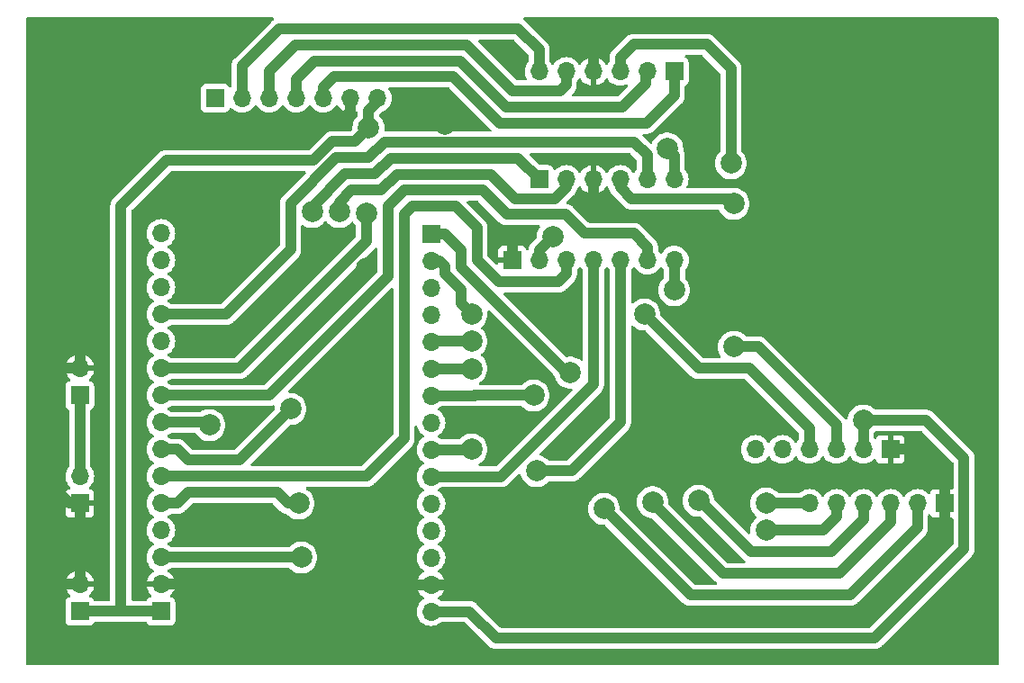
<source format=gbr>
%TF.GenerationSoftware,KiCad,Pcbnew,7.0.2*%
%TF.CreationDate,2024-05-24T01:33:13-03:00*%
%TF.ProjectId,EcoMaua_Tx_Telemetry_Module,45636f4d-6175-4615-9f54-785f54656c65,rev?*%
%TF.SameCoordinates,Original*%
%TF.FileFunction,Copper,L2,Bot*%
%TF.FilePolarity,Positive*%
%FSLAX46Y46*%
G04 Gerber Fmt 4.6, Leading zero omitted, Abs format (unit mm)*
G04 Created by KiCad (PCBNEW 7.0.2) date 2024-05-24 01:33:13*
%MOMM*%
%LPD*%
G01*
G04 APERTURE LIST*
%TA.AperFunction,ComponentPad*%
%ADD10R,1.700000X1.700000*%
%TD*%
%TA.AperFunction,ComponentPad*%
%ADD11O,1.700000X1.700000*%
%TD*%
%TA.AperFunction,ViaPad*%
%ADD12C,2.000000*%
%TD*%
%TA.AperFunction,Conductor*%
%ADD13C,1.000000*%
%TD*%
%TA.AperFunction,Conductor*%
%ADD14C,0.250000*%
%TD*%
G04 APERTURE END LIST*
D10*
%TO.P,J10,1,Pin_1*%
%TO.N,GND*%
X149880000Y-81255000D03*
D11*
%TO.P,J10,2,Pin_2*%
%TO.N,+5V*%
X152420000Y-81255000D03*
%TO.P,J10,3,Pin_3*%
%TO.N,E32_433T30D_AUX*%
X154960000Y-81255000D03*
%TO.P,J10,4,Pin_4*%
%TO.N,ESP32_UART_2_RX*%
X157500000Y-81255000D03*
%TO.P,J10,5,Pin_5*%
%TO.N,ESP32_UART_2_TX*%
X160040000Y-81255000D03*
%TO.P,J10,6,Pin_6*%
%TO.N,E32_433T30D_M1*%
X162580000Y-81255000D03*
%TO.P,J10,7,Pin_7*%
%TO.N,E32_433T30D_M0*%
X165120000Y-81255000D03*
%TD*%
D10*
%TO.P,J9,1,Pin_1*%
%TO.N,GND*%
X190500000Y-104140000D03*
D11*
%TO.P,J9,2,Pin_2*%
%TO.N,ESP32_VSPI_MISO*%
X187960000Y-104140000D03*
%TO.P,J9,3,Pin_3*%
%TO.N,ESP32_VSPI_CLK*%
X185420000Y-104140000D03*
%TO.P,J9,4,Pin_4*%
%TO.N,ESP32_VSPI_MOSI*%
X182880000Y-104140000D03*
%TO.P,J9,5,Pin_5*%
%TO.N,SD_CARD_SPI_CS*%
X180340000Y-104140000D03*
%TO.P,J9,6,Pin_6*%
%TO.N,+3.3V*%
X177800000Y-104140000D03*
%TD*%
D10*
%TO.P,J8,1,Pin_1*%
%TO.N,ESP32_HSPI_CLK*%
X152400000Y-73660000D03*
D11*
%TO.P,J8,2,Pin_2*%
%TO.N,ESP32_HSPI_MOSI*%
X154940000Y-73660000D03*
%TO.P,J8,3,Pin_3*%
%TO.N,GND*%
X157480000Y-73660000D03*
%TO.P,J8,4,Pin_4*%
%TO.N,+3.3V*%
X160020000Y-73660000D03*
%TO.P,J8,5,Pin_5*%
%TO.N,ESP32_HSPI_MISO*%
X162560000Y-73660000D03*
%TO.P,J8,6,Pin_6*%
%TO.N,MCP2515_SPI_CS*%
X165100000Y-73660000D03*
%TD*%
D10*
%TO.P,J7,1,Pin_1*%
%TO.N,Net-(J5-Pin_5)*%
X165100000Y-63500000D03*
D11*
%TO.P,J7,2,Pin_2*%
%TO.N,Net-(J5-Pin_4)*%
X162560000Y-63500000D03*
%TO.P,J7,3,Pin_3*%
%TO.N,+5V*%
X160020000Y-63500000D03*
%TO.P,J7,4,Pin_4*%
%TO.N,GND*%
X157480000Y-63500000D03*
%TO.P,J7,5,Pin_5*%
%TO.N,Net-(J5-Pin_3)*%
X154940000Y-63500000D03*
%TO.P,J7,6,Pin_6*%
%TO.N,Net-(J5-Pin_2)*%
X152400000Y-63500000D03*
%TD*%
%TO.P,J6,6,Pin_6*%
%TO.N,unconnected-(J6-Pin_6-Pad6)*%
X172720000Y-99060000D03*
%TO.P,J6,5,Pin_5*%
%TO.N,unconnected-(J6-Pin_5-Pad5)*%
X175260000Y-99060000D03*
%TO.P,J6,4,Pin_4*%
%TO.N,ESP32_I2C_SCL*%
X177800000Y-99060000D03*
%TO.P,J6,3,Pin_3*%
%TO.N,ESP32_I2C_SDA*%
X180340000Y-99060000D03*
%TO.P,J6,2,Pin_2*%
%TO.N,+3.3V*%
X182880000Y-99060000D03*
D10*
%TO.P,J6,1,Pin_1*%
%TO.N,GND*%
X185420000Y-99060000D03*
%TD*%
%TO.P,J5,1,Pin_1*%
%TO.N,unconnected-(J5-Pin_1-Pad1)*%
X121940000Y-66015000D03*
D11*
%TO.P,J5,2,Pin_2*%
%TO.N,Net-(J5-Pin_2)*%
X124480000Y-66015000D03*
%TO.P,J5,3,Pin_3*%
%TO.N,Net-(J5-Pin_3)*%
X127020000Y-66015000D03*
%TO.P,J5,4,Pin_4*%
%TO.N,Net-(J5-Pin_4)*%
X129560000Y-66015000D03*
%TO.P,J5,5,Pin_5*%
%TO.N,Net-(J5-Pin_5)*%
X132100000Y-66015000D03*
%TO.P,J5,6,Pin_6*%
%TO.N,GND*%
X134640000Y-66015000D03*
%TO.P,J5,7,Pin_7*%
%TO.N,+5V*%
X137180000Y-66015000D03*
%TD*%
D10*
%TO.P,J4,1,Pin_1*%
%TO.N,+5V*%
X109220000Y-114300000D03*
D11*
%TO.P,J4,2,Pin_2*%
%TO.N,GND*%
X109220000Y-111760000D03*
%TD*%
D10*
%TO.P,J3,1,Pin_1*%
%TO.N,ESP32_VSPI_MOSI*%
X142240000Y-78745000D03*
D11*
%TO.P,J3,2,Pin_2*%
%TO.N,ESP32_I2C_SCL*%
X142240000Y-81285000D03*
%TO.P,J3,3,Pin_3*%
%TO.N,unconnected-(J3-Pin_3-Pad3)*%
X142240000Y-83825000D03*
%TO.P,J3,4,Pin_4*%
%TO.N,unconnected-(J3-Pin_4-Pad4)*%
X142240000Y-86365000D03*
%TO.P,J3,5,Pin_5*%
%TO.N,ESP32_I2C_SDA*%
X142240000Y-88905000D03*
%TO.P,J3,6,Pin_6*%
%TO.N,ESP32_VSPI_MISO*%
X142240000Y-91445000D03*
%TO.P,J3,7,Pin_7*%
%TO.N,ESP32_VSPI_CLK*%
X142240000Y-93985000D03*
%TO.P,J3,8,Pin_8*%
%TO.N,unconnected-(J3-Pin_8-Pad8)*%
X142240000Y-96525000D03*
%TO.P,J3,9,Pin_9*%
%TO.N,ESP32_UART_2_TX*%
X142240000Y-99065000D03*
%TO.P,J3,10,Pin_10*%
%TO.N,ESP32_UART_2_RX*%
X142240000Y-101605000D03*
%TO.P,J3,11,Pin_11*%
%TO.N,unconnected-(J3-Pin_11-Pad11)*%
X142240000Y-104145000D03*
%TO.P,J3,12,Pin_12*%
%TO.N,unconnected-(J3-Pin_12-Pad12)*%
X142240000Y-106685000D03*
%TO.P,J3,13,Pin_13*%
%TO.N,unconnected-(J3-Pin_13-Pad13)*%
X142240000Y-109225000D03*
%TO.P,J3,14,Pin_14*%
%TO.N,GND*%
X142240000Y-111765000D03*
%TO.P,J3,15,Pin_15*%
%TO.N,+3.3V*%
X142240000Y-114305000D03*
%TD*%
D10*
%TO.P,J2,1,Pin_1*%
%TO.N,GND*%
X109220000Y-104140000D03*
D11*
%TO.P,J2,2,Pin_2*%
%TO.N,+24V*%
X109220000Y-101600000D03*
%TD*%
D10*
%TO.P,J1,1,Pin_1*%
%TO.N,+5V*%
X116840000Y-114300000D03*
D11*
%TO.P,J1,2,Pin_2*%
%TO.N,GND*%
X116840000Y-111760000D03*
%TO.P,J1,3,Pin_3*%
%TO.N,ESP32_HSPI_MOSI*%
X116840000Y-109220000D03*
%TO.P,J1,4,Pin_4*%
%TO.N,unconnected-(J1-Pin_4-Pad4)*%
X116840000Y-106680000D03*
%TO.P,J1,5,Pin_5*%
%TO.N,ESP32_HSPI_CLK*%
X116840000Y-104140000D03*
%TO.P,J1,6,Pin_6*%
%TO.N,E32_433T30D_AUX*%
X116840000Y-101600000D03*
%TO.P,J1,7,Pin_7*%
%TO.N,MCP2515_SPI_CS*%
X116840000Y-99060000D03*
%TO.P,J1,8,Pin_8*%
%TO.N,SD_CARD_SPI_CS*%
X116840000Y-96520000D03*
%TO.P,J1,9,Pin_9*%
%TO.N,E32_433T30D_M1*%
X116840000Y-93980000D03*
%TO.P,J1,10,Pin_10*%
%TO.N,E32_433T30D_M0*%
X116840000Y-91440000D03*
%TO.P,J1,11,Pin_11*%
%TO.N,unconnected-(J1-Pin_11-Pad11)*%
X116840000Y-88900000D03*
%TO.P,J1,12,Pin_12*%
%TO.N,ESP32_HSPI_MISO*%
X116840000Y-86360000D03*
%TO.P,J1,13,Pin_13*%
%TO.N,unconnected-(J1-Pin_13-Pad13)*%
X116840000Y-83820000D03*
%TO.P,J1,14,Pin_14*%
%TO.N,unconnected-(J1-Pin_14-Pad14)*%
X116840000Y-81280000D03*
%TO.P,J1,15,Pin_15*%
%TO.N,unconnected-(J1-Pin_15-Pad15)*%
X116840000Y-78740000D03*
%TD*%
D10*
%TO.P,BT1,1,+*%
%TO.N,+24V*%
X109220000Y-93980000D03*
D11*
%TO.P,BT1,2,-*%
%TO.N,GND*%
X109220000Y-91440000D03*
%TD*%
D12*
%TO.N,GND*%
X154940000Y-88138000D03*
X157226000Y-96266000D03*
X145796000Y-96012000D03*
X149352000Y-61976000D03*
X143510000Y-68426500D03*
X124714000Y-96012000D03*
X136144000Y-82042000D03*
X136906000Y-94234000D03*
X121666000Y-88900000D03*
X134620000Y-111760000D03*
X114300000Y-65278000D03*
X154940000Y-60198000D03*
X157480000Y-76708000D03*
%TO.N,MCP2515_SPI_CS*%
X164454509Y-70734593D03*
%TO.N,E32_433T30D_M0*%
X165100000Y-84074000D03*
X136176500Y-76832298D03*
%TO.N,+5V*%
X153670000Y-79048500D03*
%TO.N,MCP2515_SPI_CS*%
X129032000Y-95250000D03*
%TO.N,ESP32_I2C_SDA*%
X146050000Y-88900000D03*
X170720500Y-89408000D03*
%TO.N,ESP32_I2C_SCL*%
X146050000Y-86360000D03*
X162306000Y-86360000D03*
%TO.N,GND*%
X149860000Y-79048500D03*
%TO.N,+3.3V*%
X170688000Y-75946000D03*
%TO.N,+5V*%
X170434000Y-72136000D03*
%TO.N,GND*%
X188468000Y-99060000D03*
X188468000Y-93218000D03*
%TO.N,+5V*%
X136361088Y-68823230D03*
%TO.N,ESP32_HSPI_MOSI*%
X133604000Y-76708000D03*
%TO.N,ESP32_HSPI_CLK*%
X131064000Y-76708000D03*
%TO.N,SD_CARD_SPI_CS*%
X121412000Y-96774000D03*
%TO.N,ESP32_HSPI_CLK*%
X129794000Y-104140000D03*
%TO.N,ESP32_HSPI_MOSI*%
X130048000Y-109220000D03*
%TO.N,ESP32_VSPI_MOSI*%
X155321000Y-91821000D03*
X167386000Y-103886000D03*
%TO.N,ESP32_UART_2_TX*%
X152146000Y-101092000D03*
X146050000Y-99060000D03*
%TO.N,ESP32_VSPI_MISO*%
X146050000Y-91445000D03*
X158496000Y-104648000D03*
%TO.N,ESP32_VSPI_CLK*%
X163068000Y-104013000D03*
X151892000Y-93980000D03*
%TO.N,SD_CARD_SPI_CS*%
X173736000Y-106680000D03*
%TO.N,+3.3V*%
X173736000Y-104140000D03*
X182880000Y-96338000D03*
%TD*%
D13*
%TO.N,MCP2515_SPI_CS*%
X118364000Y-99060000D02*
X116840000Y-99060000D01*
X124206000Y-100076000D02*
X119380000Y-100076000D01*
X119380000Y-100076000D02*
X118364000Y-99060000D01*
X129032000Y-95250000D02*
X124206000Y-100076000D01*
%TO.N,ESP32_HSPI_CLK*%
X118364000Y-104140000D02*
X116840000Y-104140000D01*
X119380000Y-103124000D02*
X118364000Y-104140000D01*
X128778000Y-104140000D02*
X127762000Y-103124000D01*
X129794000Y-104140000D02*
X128778000Y-104140000D01*
X127762000Y-103124000D02*
X119380000Y-103124000D01*
%TO.N,+5V*%
X117348000Y-71882000D02*
X113093000Y-76137000D01*
X131214720Y-71882000D02*
X117348000Y-71882000D01*
X113093000Y-76137000D02*
X113093000Y-114237000D01*
X132992720Y-70104000D02*
X131214720Y-71882000D01*
X113093000Y-114237000D02*
X113030000Y-114300000D01*
X135080318Y-70104000D02*
X132992720Y-70104000D01*
X136361088Y-68823230D02*
X135080318Y-70104000D01*
%TO.N,ESP32_HSPI_MISO*%
X161362000Y-70176000D02*
X162560000Y-71374000D01*
X137836040Y-70176000D02*
X161362000Y-70176000D01*
X136384040Y-71628000D02*
X137836040Y-70176000D01*
X133315572Y-71628000D02*
X136384040Y-71628000D01*
X129032000Y-75911572D02*
X133315572Y-71628000D01*
X162560000Y-71374000D02*
X162560000Y-73660000D01*
X122936000Y-86360000D02*
X129032000Y-80264000D01*
X116840000Y-86360000D02*
X122936000Y-86360000D01*
X129032000Y-80264000D02*
X129032000Y-75911572D01*
%TO.N,ESP32_HSPI_CLK*%
X138457360Y-71676000D02*
X150416000Y-71676000D01*
X134187360Y-73152000D02*
X136981360Y-73152000D01*
X131064000Y-76275360D02*
X134187360Y-73152000D01*
X136981360Y-73152000D02*
X138457360Y-71676000D01*
X131064000Y-76708000D02*
X131064000Y-76275360D01*
X150416000Y-71676000D02*
X152400000Y-73660000D01*
%TO.N,ESP32_HSPI_MOSI*%
X154940000Y-74422000D02*
X154940000Y-73660000D01*
X153852000Y-75510000D02*
X154940000Y-74422000D01*
X137578680Y-74676000D02*
X139078680Y-73176000D01*
X134784680Y-74676000D02*
X137578680Y-74676000D01*
X139078680Y-73176000D02*
X147852000Y-73176000D01*
X147852000Y-73176000D02*
X150186000Y-75510000D01*
X150186000Y-75510000D02*
X153852000Y-75510000D01*
X133604000Y-75856680D02*
X134784680Y-74676000D01*
X133604000Y-76708000D02*
X133604000Y-75856680D01*
%TO.N,E32_433T30D_M1*%
X162580000Y-80030000D02*
X162580000Y-81255000D01*
X161290000Y-78740000D02*
X162580000Y-80030000D01*
X156655000Y-78740000D02*
X161290000Y-78740000D01*
X139700000Y-74676000D02*
X147066000Y-74676000D01*
X147066000Y-74676000D02*
X149352000Y-76962000D01*
X154877000Y-76962000D02*
X156655000Y-78740000D01*
X138176000Y-76200000D02*
X139700000Y-74676000D01*
X138176000Y-82804000D02*
X138176000Y-76200000D01*
X149352000Y-76962000D02*
X154877000Y-76962000D01*
X127000000Y-93980000D02*
X138176000Y-82804000D01*
X116840000Y-93980000D02*
X127000000Y-93980000D01*
%TO.N,ESP32_I2C_SDA*%
X180340000Y-96774000D02*
X180340000Y-99060000D01*
X172974000Y-89408000D02*
X180340000Y-96774000D01*
X170720500Y-89408000D02*
X172974000Y-89408000D01*
%TO.N,ESP32_VSPI_MISO*%
X181610000Y-112776000D02*
X187960000Y-106426000D01*
X166624000Y-112776000D02*
X181610000Y-112776000D01*
X187960000Y-106426000D02*
X187960000Y-104140000D01*
X158496000Y-104648000D02*
X166624000Y-112776000D01*
%TO.N,ESP32_VSPI_MOSI*%
X143515000Y-78745000D02*
X142240000Y-78745000D01*
X154977680Y-91821000D02*
X145058000Y-81901320D01*
X155321000Y-91821000D02*
X154977680Y-91821000D01*
X145058000Y-80288000D02*
X143515000Y-78745000D01*
X145058000Y-81901320D02*
X145058000Y-80288000D01*
X182880000Y-105664000D02*
X182880000Y-104140000D01*
X179832000Y-108712000D02*
X182880000Y-105664000D01*
X172339000Y-108712000D02*
X179832000Y-108712000D01*
X167513000Y-103886000D02*
X172339000Y-108712000D01*
X167386000Y-103886000D02*
X167513000Y-103886000D01*
%TO.N,ESP32_UART_2_RX*%
X148839000Y-101605000D02*
X142240000Y-101605000D01*
X157500000Y-81255000D02*
X157500000Y-92944000D01*
X157500000Y-92944000D02*
X148839000Y-101605000D01*
%TO.N,ESP32_VSPI_MISO*%
X146050000Y-91445000D02*
X142240000Y-91445000D01*
%TO.N,GND*%
X140457000Y-111760000D02*
X140462000Y-111765000D01*
X134620000Y-111760000D02*
X140457000Y-111760000D01*
%TO.N,+3.3V*%
X161108000Y-75510000D02*
X170252000Y-75510000D01*
X160020000Y-74422000D02*
X161108000Y-75510000D01*
X160020000Y-73660000D02*
X160020000Y-74422000D01*
X170252000Y-75510000D02*
X170688000Y-75946000D01*
%TO.N,GND*%
X158496000Y-59182000D02*
X175768000Y-59182000D01*
X157480000Y-60198000D02*
X158496000Y-59182000D01*
X175768000Y-59182000D02*
X176911000Y-60325000D01*
X157480000Y-63500000D02*
X157480000Y-60198000D01*
X154940000Y-60198000D02*
X157480000Y-60198000D01*
X114300000Y-65278000D02*
X114300000Y-70358000D01*
%TO.N,Net-(J5-Pin_5)*%
X162536000Y-68350000D02*
X165100000Y-65786000D01*
X165100000Y-65786000D02*
X165100000Y-63500000D01*
X133096000Y-64008000D02*
X144347360Y-64008000D01*
X132100000Y-65004000D02*
X133096000Y-64008000D01*
X144347360Y-64008000D02*
X148689360Y-68350000D01*
X148689360Y-68350000D02*
X162536000Y-68350000D01*
X132100000Y-66015000D02*
X132100000Y-65004000D01*
%TO.N,Net-(J5-Pin_4)*%
X162433000Y-63627000D02*
X162433000Y-64643000D01*
X162560000Y-63500000D02*
X162433000Y-63627000D01*
X162433000Y-64643000D02*
X160226000Y-66850000D01*
X160226000Y-66850000D02*
X149310680Y-66850000D01*
X129560000Y-64242000D02*
X129560000Y-66015000D01*
X149310680Y-66850000D02*
X144968680Y-62508000D01*
X131294000Y-62508000D02*
X129560000Y-64242000D01*
X144968680Y-62508000D02*
X131294000Y-62508000D01*
%TO.N,Net-(J5-Pin_3)*%
X154940000Y-64770000D02*
X154940000Y-63500000D01*
X127020000Y-66015000D02*
X127020000Y-63480000D01*
X145590000Y-61008000D02*
X149932000Y-65350000D01*
X127020000Y-63480000D02*
X129492000Y-61008000D01*
X149932000Y-65350000D02*
X154360000Y-65350000D01*
X129492000Y-61008000D02*
X145590000Y-61008000D01*
X154360000Y-65350000D02*
X154940000Y-64770000D01*
%TO.N,Net-(J5-Pin_2)*%
X152400000Y-63500000D02*
X152400000Y-61468000D01*
X152400000Y-61468000D02*
X150440000Y-59508000D01*
X150440000Y-59508000D02*
X127944000Y-59508000D01*
X127944000Y-59508000D02*
X124480000Y-62972000D01*
X124480000Y-62972000D02*
X124480000Y-66015000D01*
%TO.N,GND*%
X140462000Y-111765000D02*
X142240000Y-111765000D01*
X139192000Y-113035000D02*
X140462000Y-111765000D01*
X133774000Y-118448000D02*
X139187000Y-113035000D01*
X121158000Y-118448000D02*
X133774000Y-118448000D01*
X139187000Y-113035000D02*
X139192000Y-113035000D01*
X109812000Y-118448000D02*
X121158000Y-118448000D01*
X106426000Y-111760000D02*
X106426000Y-115062000D01*
X106426000Y-115062000D02*
X109812000Y-118448000D01*
X109220000Y-111760000D02*
X106426000Y-111760000D01*
X106680000Y-102616000D02*
X106680000Y-93980000D01*
X108204000Y-104140000D02*
X106680000Y-102616000D01*
X109220000Y-104140000D02*
X108204000Y-104140000D01*
X106680000Y-92456000D02*
X106680000Y-94488000D01*
X107696000Y-91440000D02*
X106680000Y-92456000D01*
X109220000Y-91440000D02*
X107696000Y-91440000D01*
%TO.N,E32_433T30D_M0*%
X124206000Y-91440000D02*
X116840000Y-91440000D01*
X136176500Y-76832298D02*
X136176500Y-79469500D01*
X136176500Y-79469500D02*
X124206000Y-91440000D01*
%TO.N,GND*%
X114300000Y-70358000D02*
X109220000Y-75438000D01*
X109220000Y-75438000D02*
X109220000Y-91440000D01*
X130617400Y-70358000D02*
X114300000Y-70358000D01*
X134640000Y-67290000D02*
X134040000Y-67890000D01*
X134040000Y-67890000D02*
X133085400Y-67890000D01*
X134640000Y-66015000D02*
X134640000Y-67290000D01*
X133085400Y-67890000D02*
X130617400Y-70358000D01*
%TO.N,MCP2515_SPI_CS*%
X165100000Y-71380084D02*
X164454509Y-70734593D01*
X165100000Y-73660000D02*
X165100000Y-71380084D01*
%TO.N,+5V*%
X137180000Y-66359473D02*
X137180000Y-66015000D01*
X136361088Y-68823230D02*
X136361088Y-67178385D01*
X136361088Y-67178385D02*
X137180000Y-66359473D01*
%TO.N,GND*%
X166116000Y-78232000D02*
X172466000Y-78232000D01*
X172466000Y-78232000D02*
X176911000Y-73787000D01*
X165100000Y-77216000D02*
X166116000Y-78232000D01*
X160020000Y-76708000D02*
X160528000Y-77216000D01*
X160528000Y-77216000D02*
X165100000Y-77216000D01*
X176911000Y-73787000D02*
X176911000Y-60325000D01*
X157480000Y-76708000D02*
X160020000Y-76708000D01*
%TO.N,E32_433T30D_M0*%
X165120000Y-84054000D02*
X165100000Y-84074000D01*
X165120000Y-81255000D02*
X165120000Y-84054000D01*
%TO.N,GND*%
X157480000Y-73660000D02*
X157480000Y-76708000D01*
%TO.N,ESP32_HSPI_MOSI*%
X130048000Y-109220000D02*
X116840000Y-109220000D01*
%TO.N,E32_433T30D_AUX*%
X154960000Y-82530000D02*
X154960000Y-81255000D01*
X154178000Y-83312000D02*
X154960000Y-82530000D01*
X148590000Y-83312000D02*
X154178000Y-83312000D01*
X146558000Y-81280000D02*
X148590000Y-83312000D01*
X146558000Y-78232000D02*
X146558000Y-81280000D01*
X140462000Y-76200000D02*
X144526000Y-76200000D01*
X139700000Y-76962000D02*
X140462000Y-76200000D01*
X144526000Y-76200000D02*
X146558000Y-78232000D01*
X139700000Y-98044000D02*
X139700000Y-76962000D01*
X136144000Y-101600000D02*
X139700000Y-98044000D01*
X116840000Y-101600000D02*
X136144000Y-101600000D01*
%TO.N,GND*%
X182626000Y-114808000D02*
X190500000Y-106934000D01*
X146563000Y-111765000D02*
X149606000Y-114808000D01*
X142240000Y-111765000D02*
X146563000Y-111765000D01*
X149606000Y-114808000D02*
X182626000Y-114808000D01*
X190500000Y-106934000D02*
X190500000Y-104140000D01*
X188468000Y-93218000D02*
X188468000Y-71882000D01*
X188468000Y-71882000D02*
X176911000Y-60325000D01*
%TO.N,ESP32_I2C_SCL*%
X177800000Y-97061960D02*
X177800000Y-99060000D01*
X172178040Y-91440000D02*
X177800000Y-97061960D01*
X167386000Y-91440000D02*
X172178040Y-91440000D01*
X162306000Y-86360000D02*
X167386000Y-91440000D01*
X143558000Y-81836000D02*
X143007000Y-81285000D01*
X143558000Y-82526704D02*
X143558000Y-81836000D01*
X145034000Y-84002704D02*
X143558000Y-82526704D01*
X145034000Y-85344000D02*
X145034000Y-84002704D01*
X146050000Y-86360000D02*
X145034000Y-85344000D01*
X143007000Y-81285000D02*
X142240000Y-81285000D01*
%TO.N,GND*%
X121158000Y-113792000D02*
X121158000Y-118448000D01*
X119126000Y-111760000D02*
X121158000Y-113792000D01*
X116840000Y-111760000D02*
X119126000Y-111760000D01*
%TO.N,+5V*%
X160020000Y-62230000D02*
X160020000Y-63500000D01*
X168148000Y-60960000D02*
X161290000Y-60960000D01*
X170434000Y-72136000D02*
X170434000Y-63246000D01*
X170434000Y-63246000D02*
X168148000Y-60960000D01*
X161290000Y-60960000D02*
X160020000Y-62230000D01*
%TO.N,ESP32_VSPI_CLK*%
X146314000Y-93980000D02*
X146309000Y-93985000D01*
X151892000Y-93980000D02*
X146314000Y-93980000D01*
X146309000Y-93985000D02*
X142240000Y-93985000D01*
X185420000Y-105918000D02*
X185420000Y-104140000D01*
X180594000Y-110744000D02*
X185420000Y-105918000D01*
X169672000Y-110744000D02*
X180594000Y-110744000D01*
X163068000Y-104140000D02*
X169672000Y-110744000D01*
X163068000Y-104013000D02*
X163068000Y-104140000D01*
%TO.N,ESP32_UART_2_TX*%
X160040000Y-96500000D02*
X160040000Y-81255000D01*
X155448000Y-101092000D02*
X160040000Y-96500000D01*
X152146000Y-101092000D02*
X155448000Y-101092000D01*
X146050000Y-99060000D02*
X146045000Y-99065000D01*
X146045000Y-99065000D02*
X142240000Y-99065000D01*
%TO.N,+3.3V*%
X145835428Y-114305000D02*
X142240000Y-114305000D01*
X148370428Y-116840000D02*
X145835428Y-114305000D01*
X183896000Y-116840000D02*
X148370428Y-116840000D01*
X192350000Y-108386000D02*
X183896000Y-116840000D01*
X192350000Y-99894000D02*
X192350000Y-108386000D01*
X188794000Y-96338000D02*
X192350000Y-99894000D01*
X182880000Y-96338000D02*
X188794000Y-96338000D01*
%TO.N,SD_CARD_SPI_CS*%
X180340000Y-105410000D02*
X180340000Y-104140000D01*
X179070000Y-106680000D02*
X180340000Y-105410000D01*
X173736000Y-106680000D02*
X179070000Y-106680000D01*
%TO.N,+3.3V*%
X182880000Y-96338000D02*
X182880000Y-99060000D01*
%TO.N,GND*%
X149880000Y-79068500D02*
X149880000Y-81255000D01*
X149860000Y-79048500D02*
X149880000Y-79068500D01*
%TO.N,+5V*%
X111506000Y-114300000D02*
X116840000Y-114300000D01*
X111506000Y-114300000D02*
X109220000Y-114300000D01*
D14*
X111506000Y-114300000D02*
X113030000Y-114300000D01*
D13*
%TO.N,+24V*%
X109220000Y-93980000D02*
X109220000Y-101600000D01*
%TO.N,GND*%
X109220000Y-111760000D02*
X109220000Y-104140000D01*
X190500000Y-104140000D02*
X190500000Y-102108000D01*
X190500000Y-101092000D02*
X190500000Y-102108000D01*
X188468000Y-99060000D02*
X190500000Y-101092000D01*
X188468000Y-99060000D02*
X185420000Y-99060000D01*
%TO.N,+5V*%
X152420000Y-80298500D02*
X153670000Y-79048500D01*
X152420000Y-81255000D02*
X152420000Y-80298500D01*
%TO.N,ESP32_I2C_SDA*%
X142245000Y-88900000D02*
X142240000Y-88905000D01*
X146050000Y-88900000D02*
X142245000Y-88900000D01*
%TO.N,SD_CARD_SPI_CS*%
X121158000Y-96520000D02*
X121412000Y-96774000D01*
X116840000Y-96520000D02*
X121158000Y-96520000D01*
%TO.N,+3.3V*%
X177800000Y-104140000D02*
X173736000Y-104140000D01*
D14*
%TO.N,+5V*%
X113030000Y-114300000D02*
X116840000Y-114300000D01*
%TD*%
%TA.AperFunction,Conductor*%
%TO.N,GND*%
G36*
X127429519Y-58440185D02*
G01*
X127475274Y-58492989D01*
X127485218Y-58562147D01*
X127456193Y-58625703D01*
X127430679Y-58648060D01*
X127429698Y-58648707D01*
X127429084Y-58649112D01*
X127421066Y-58653967D01*
X127369495Y-58682591D01*
X127346406Y-58702412D01*
X127333883Y-58711855D01*
X127308484Y-58728596D01*
X127266782Y-58770297D01*
X127259875Y-58776698D01*
X127215104Y-58815134D01*
X127196480Y-58839194D01*
X127186107Y-58850971D01*
X123782646Y-62254432D01*
X123780399Y-62256623D01*
X123716948Y-62316939D01*
X123683244Y-62365362D01*
X123677573Y-62372882D01*
X123640301Y-62418593D01*
X123626210Y-62445566D01*
X123618082Y-62458983D01*
X123600705Y-62483950D01*
X123577439Y-62538165D01*
X123573399Y-62546671D01*
X123546090Y-62598952D01*
X123537720Y-62628201D01*
X123532459Y-62642978D01*
X123520460Y-62670942D01*
X123508587Y-62728713D01*
X123506342Y-62737860D01*
X123490113Y-62794580D01*
X123487802Y-62824925D01*
X123485622Y-62840466D01*
X123479500Y-62870258D01*
X123479500Y-62929241D01*
X123479142Y-62938655D01*
X123474663Y-62997477D01*
X123478506Y-63027651D01*
X123479500Y-63043317D01*
X123479500Y-64894142D01*
X123459815Y-64961181D01*
X123407011Y-65006936D01*
X123337853Y-65016880D01*
X123274297Y-64987855D01*
X123239319Y-64937478D01*
X123233796Y-64922669D01*
X123147546Y-64807454D01*
X123032331Y-64721204D01*
X122897483Y-64670909D01*
X122837873Y-64664500D01*
X122834550Y-64664500D01*
X121045439Y-64664500D01*
X121045420Y-64664500D01*
X121042128Y-64664501D01*
X121038848Y-64664853D01*
X121038840Y-64664854D01*
X120982515Y-64670909D01*
X120847669Y-64721204D01*
X120732454Y-64807454D01*
X120646204Y-64922668D01*
X120595909Y-65057516D01*
X120594605Y-65069650D01*
X120589500Y-65117127D01*
X120589500Y-65120448D01*
X120589500Y-65120449D01*
X120589500Y-66909560D01*
X120589500Y-66909578D01*
X120589501Y-66912872D01*
X120589853Y-66916152D01*
X120589854Y-66916159D01*
X120595909Y-66972484D01*
X120606533Y-67000967D01*
X120646204Y-67107331D01*
X120732454Y-67222546D01*
X120847669Y-67308796D01*
X120982517Y-67359091D01*
X121042127Y-67365500D01*
X122837872Y-67365499D01*
X122897483Y-67359091D01*
X123032331Y-67308796D01*
X123147546Y-67222546D01*
X123233796Y-67107331D01*
X123282810Y-66975916D01*
X123324681Y-66919983D01*
X123390146Y-66895566D01*
X123458419Y-66910418D01*
X123486673Y-66931569D01*
X123608599Y-67053495D01*
X123802170Y-67189035D01*
X124016337Y-67288903D01*
X124228059Y-67345633D01*
X124244592Y-67350063D01*
X124479999Y-67370659D01*
X124479999Y-67370658D01*
X124480000Y-67370659D01*
X124715408Y-67350063D01*
X124943663Y-67288903D01*
X125157830Y-67189035D01*
X125351401Y-67053495D01*
X125518495Y-66886401D01*
X125648426Y-66700839D01*
X125703002Y-66657216D01*
X125772500Y-66650022D01*
X125834855Y-66681545D01*
X125851571Y-66700837D01*
X125981505Y-66886401D01*
X126148599Y-67053495D01*
X126342170Y-67189035D01*
X126556337Y-67288903D01*
X126784592Y-67350063D01*
X127020000Y-67370659D01*
X127255408Y-67350063D01*
X127483663Y-67288903D01*
X127697830Y-67189035D01*
X127891401Y-67053495D01*
X128058495Y-66886401D01*
X128188427Y-66700838D01*
X128243001Y-66657216D01*
X128312499Y-66650022D01*
X128374854Y-66681545D01*
X128391572Y-66700838D01*
X128521505Y-66886401D01*
X128688599Y-67053495D01*
X128882170Y-67189035D01*
X129096337Y-67288903D01*
X129324592Y-67350063D01*
X129560000Y-67370659D01*
X129795408Y-67350063D01*
X130023663Y-67288903D01*
X130237830Y-67189035D01*
X130431401Y-67053495D01*
X130598495Y-66886401D01*
X130728426Y-66700839D01*
X130783002Y-66657217D01*
X130852501Y-66650024D01*
X130914855Y-66681546D01*
X130931571Y-66700837D01*
X131061505Y-66886401D01*
X131228599Y-67053495D01*
X131422170Y-67189035D01*
X131636337Y-67288903D01*
X131864592Y-67350063D01*
X132100000Y-67370659D01*
X132335408Y-67350063D01*
X132563663Y-67288903D01*
X132777830Y-67189035D01*
X132971401Y-67053495D01*
X133138495Y-66886401D01*
X133268732Y-66700403D01*
X133323307Y-66656780D01*
X133392805Y-66649586D01*
X133455160Y-66681109D01*
X133471880Y-66700404D01*
X133601893Y-66886081D01*
X133768918Y-67053106D01*
X133962423Y-67188600D01*
X134176509Y-67288430D01*
X134390000Y-67345634D01*
X134390000Y-66450501D01*
X134497685Y-66499680D01*
X134604237Y-66515000D01*
X134675763Y-66515000D01*
X134782315Y-66499680D01*
X134890000Y-66450501D01*
X134890000Y-67345633D01*
X135103490Y-67288430D01*
X135184183Y-67250803D01*
X135253260Y-67240311D01*
X135317044Y-67268830D01*
X135355284Y-67327307D01*
X135360588Y-67363185D01*
X135360588Y-67646202D01*
X135340903Y-67713241D01*
X135327818Y-67730185D01*
X135172925Y-67898444D01*
X135036913Y-68106625D01*
X134937026Y-68334347D01*
X134875979Y-68575413D01*
X134855444Y-68823225D01*
X134857641Y-68849733D01*
X134843559Y-68918169D01*
X134821748Y-68947648D01*
X134702215Y-69067182D01*
X134640895Y-69100666D01*
X134614536Y-69103500D01*
X133006999Y-69103500D01*
X133003857Y-69103460D01*
X132916357Y-69101242D01*
X132858300Y-69111648D01*
X132848971Y-69112957D01*
X132790278Y-69118926D01*
X132761248Y-69128034D01*
X132746008Y-69131775D01*
X132716066Y-69137141D01*
X132661292Y-69159020D01*
X132652422Y-69162178D01*
X132596129Y-69179841D01*
X132569538Y-69194600D01*
X132555368Y-69201330D01*
X132527103Y-69212621D01*
X132477841Y-69245087D01*
X132469786Y-69249967D01*
X132418215Y-69278591D01*
X132395126Y-69298412D01*
X132382603Y-69307855D01*
X132357204Y-69324596D01*
X132315502Y-69366297D01*
X132308595Y-69372698D01*
X132263824Y-69411134D01*
X132245200Y-69435194D01*
X132234827Y-69446971D01*
X130836619Y-70845181D01*
X130775296Y-70878666D01*
X130748938Y-70881500D01*
X117362279Y-70881500D01*
X117359137Y-70881460D01*
X117271637Y-70879242D01*
X117213580Y-70889648D01*
X117204251Y-70890957D01*
X117145558Y-70896926D01*
X117116528Y-70906034D01*
X117101288Y-70909775D01*
X117071346Y-70915141D01*
X117016572Y-70937020D01*
X117007702Y-70940178D01*
X116951409Y-70957841D01*
X116924818Y-70972600D01*
X116910648Y-70979330D01*
X116882383Y-70990621D01*
X116833121Y-71023087D01*
X116825066Y-71027967D01*
X116773495Y-71056591D01*
X116750406Y-71076412D01*
X116737883Y-71085855D01*
X116712484Y-71102596D01*
X116670782Y-71144297D01*
X116663875Y-71150698D01*
X116619104Y-71189134D01*
X116600480Y-71213194D01*
X116590107Y-71224971D01*
X112395646Y-75419432D01*
X112393399Y-75421623D01*
X112329948Y-75481939D01*
X112296244Y-75530362D01*
X112290573Y-75537882D01*
X112253301Y-75583593D01*
X112239210Y-75610566D01*
X112231082Y-75623983D01*
X112213705Y-75648950D01*
X112190439Y-75703165D01*
X112186399Y-75711671D01*
X112159090Y-75763952D01*
X112150720Y-75793201D01*
X112145459Y-75807978D01*
X112133460Y-75835942D01*
X112121587Y-75893713D01*
X112119342Y-75902860D01*
X112103113Y-75959580D01*
X112100802Y-75989925D01*
X112098622Y-76005466D01*
X112092500Y-76035258D01*
X112092500Y-76094241D01*
X112092142Y-76103655D01*
X112087663Y-76162477D01*
X112091506Y-76192651D01*
X112092500Y-76208317D01*
X112092500Y-113175500D01*
X112072815Y-113242539D01*
X112020011Y-113288294D01*
X111968500Y-113299500D01*
X110634142Y-113299500D01*
X110567103Y-113279815D01*
X110521348Y-113227011D01*
X110517961Y-113218835D01*
X110516708Y-113215478D01*
X110513796Y-113207669D01*
X110427546Y-113092454D01*
X110312331Y-113006204D01*
X110180399Y-112956996D01*
X110124467Y-112915125D01*
X110100050Y-112849661D01*
X110114902Y-112781388D01*
X110136053Y-112753133D01*
X110258109Y-112631077D01*
X110393600Y-112437576D01*
X110493430Y-112223492D01*
X110550636Y-112010000D01*
X109653686Y-112010000D01*
X109679493Y-111969844D01*
X109720000Y-111831889D01*
X109720000Y-111688111D01*
X109679493Y-111550156D01*
X109653686Y-111510000D01*
X110550636Y-111510000D01*
X110550635Y-111509999D01*
X110493430Y-111296507D01*
X110393599Y-111082421D01*
X110258109Y-110888921D01*
X110091081Y-110721893D01*
X109897576Y-110586399D01*
X109683492Y-110486569D01*
X109469999Y-110429364D01*
X109469999Y-111324498D01*
X109362315Y-111275320D01*
X109255763Y-111260000D01*
X109184237Y-111260000D01*
X109077685Y-111275320D01*
X108970000Y-111324498D01*
X108970000Y-110429364D01*
X108969999Y-110429364D01*
X108756507Y-110486569D01*
X108542421Y-110586400D01*
X108348921Y-110721890D01*
X108181890Y-110888921D01*
X108046400Y-111082421D01*
X107946569Y-111296507D01*
X107889364Y-111509999D01*
X107889364Y-111510000D01*
X108786314Y-111510000D01*
X108760507Y-111550156D01*
X108720000Y-111688111D01*
X108720000Y-111831889D01*
X108760507Y-111969844D01*
X108786314Y-112010000D01*
X107889364Y-112010000D01*
X107946569Y-112223492D01*
X108046399Y-112437576D01*
X108181893Y-112631081D01*
X108303946Y-112753134D01*
X108337431Y-112814457D01*
X108332447Y-112884149D01*
X108290575Y-112940082D01*
X108259599Y-112956997D01*
X108127669Y-113006204D01*
X108012454Y-113092454D01*
X107926204Y-113207668D01*
X107875909Y-113342516D01*
X107874303Y-113357459D01*
X107869500Y-113402127D01*
X107869500Y-113405448D01*
X107869500Y-113405449D01*
X107869500Y-115194560D01*
X107869500Y-115194578D01*
X107869501Y-115197872D01*
X107875909Y-115257483D01*
X107926204Y-115392331D01*
X108012454Y-115507546D01*
X108127669Y-115593796D01*
X108262517Y-115644091D01*
X108322127Y-115650500D01*
X110117872Y-115650499D01*
X110177483Y-115644091D01*
X110312331Y-115593796D01*
X110427546Y-115507546D01*
X110513796Y-115392331D01*
X110517960Y-115381165D01*
X110559833Y-115325232D01*
X110625298Y-115300816D01*
X110634142Y-115300500D01*
X111404259Y-115300500D01*
X113015721Y-115300500D01*
X113018863Y-115300540D01*
X113106359Y-115302757D01*
X113106359Y-115302756D01*
X113106363Y-115302757D01*
X113108105Y-115302444D01*
X113129981Y-115300500D01*
X115425858Y-115300500D01*
X115492897Y-115320185D01*
X115538652Y-115372989D01*
X115542039Y-115381165D01*
X115546204Y-115392331D01*
X115632454Y-115507546D01*
X115747669Y-115593796D01*
X115882517Y-115644091D01*
X115942127Y-115650500D01*
X117737872Y-115650499D01*
X117797483Y-115644091D01*
X117932331Y-115593796D01*
X118047546Y-115507546D01*
X118133796Y-115392331D01*
X118184091Y-115257483D01*
X118190500Y-115197873D01*
X118190499Y-113402128D01*
X118184091Y-113342517D01*
X118133796Y-113207669D01*
X118047546Y-113092454D01*
X117932331Y-113006204D01*
X117800399Y-112956996D01*
X117744467Y-112915125D01*
X117720050Y-112849661D01*
X117734902Y-112781388D01*
X117756053Y-112753133D01*
X117878109Y-112631077D01*
X118013600Y-112437576D01*
X118113430Y-112223492D01*
X118170636Y-112010000D01*
X117273686Y-112010000D01*
X117299493Y-111969844D01*
X117340000Y-111831889D01*
X117340000Y-111688111D01*
X117299493Y-111550156D01*
X117273686Y-111510000D01*
X118170636Y-111510000D01*
X118170635Y-111509999D01*
X118113430Y-111296507D01*
X118013599Y-111082421D01*
X117878109Y-110888921D01*
X117711081Y-110721893D01*
X117525404Y-110591880D01*
X117481780Y-110537303D01*
X117474587Y-110467804D01*
X117506109Y-110405450D01*
X117525399Y-110388734D01*
X117711401Y-110258495D01*
X117713076Y-110256819D01*
X117716334Y-110255040D01*
X117720288Y-110252272D01*
X117720596Y-110252712D01*
X117774400Y-110223334D01*
X117800758Y-110220500D01*
X128875145Y-110220500D01*
X128942184Y-110240185D01*
X128966375Y-110260517D01*
X129028256Y-110327738D01*
X129028259Y-110327740D01*
X129224485Y-110480470D01*
X129224487Y-110480471D01*
X129224491Y-110480474D01*
X129443190Y-110598828D01*
X129678386Y-110679571D01*
X129923665Y-110720500D01*
X130172335Y-110720500D01*
X130417614Y-110679571D01*
X130652810Y-110598828D01*
X130871509Y-110480474D01*
X131067744Y-110327738D01*
X131236164Y-110144785D01*
X131372173Y-109936607D01*
X131472063Y-109708881D01*
X131533108Y-109467821D01*
X131553643Y-109220000D01*
X131533108Y-108972179D01*
X131472063Y-108731119D01*
X131381757Y-108525243D01*
X131372174Y-108503395D01*
X131372173Y-108503393D01*
X131236164Y-108295215D01*
X131067744Y-108112262D01*
X131045612Y-108095036D01*
X130871514Y-107959529D01*
X130871510Y-107959526D01*
X130871509Y-107959526D01*
X130652810Y-107841172D01*
X130652806Y-107841170D01*
X130652805Y-107841170D01*
X130417615Y-107760429D01*
X130172335Y-107719500D01*
X129923665Y-107719500D01*
X129678384Y-107760429D01*
X129443194Y-107841170D01*
X129443190Y-107841171D01*
X129443190Y-107841172D01*
X129419421Y-107854035D01*
X129224485Y-107959529D01*
X129028259Y-108112259D01*
X128966375Y-108179483D01*
X128906488Y-108215473D01*
X128875145Y-108219500D01*
X117800758Y-108219500D01*
X117733719Y-108199815D01*
X117713077Y-108183181D01*
X117711401Y-108181505D01*
X117708513Y-108179483D01*
X117525839Y-108051573D01*
X117482216Y-107996998D01*
X117475022Y-107927500D01*
X117506545Y-107865145D01*
X117525837Y-107848428D01*
X117711401Y-107718495D01*
X117878495Y-107551401D01*
X118014035Y-107357830D01*
X118113903Y-107143663D01*
X118175063Y-106915408D01*
X118195659Y-106680000D01*
X118175063Y-106444592D01*
X118113903Y-106216337D01*
X118014035Y-106002171D01*
X117878495Y-105808599D01*
X117711401Y-105641505D01*
X117525839Y-105511573D01*
X117482215Y-105456997D01*
X117475023Y-105387498D01*
X117506545Y-105325144D01*
X117525831Y-105308432D01*
X117711401Y-105178495D01*
X117713076Y-105176819D01*
X117716334Y-105175040D01*
X117720288Y-105172272D01*
X117720596Y-105172712D01*
X117774400Y-105143334D01*
X117800758Y-105140500D01*
X118349721Y-105140500D01*
X118352862Y-105140539D01*
X118440363Y-105142757D01*
X118498432Y-105132348D01*
X118507736Y-105131043D01*
X118566438Y-105125074D01*
X118595467Y-105115965D01*
X118610700Y-105112226D01*
X118640653Y-105106858D01*
X118695426Y-105084978D01*
X118704301Y-105081819D01*
X118727972Y-105074392D01*
X118760588Y-105064159D01*
X118787194Y-105049390D01*
X118801362Y-105042662D01*
X118829617Y-105031377D01*
X118878879Y-104998909D01*
X118886910Y-104994043D01*
X118938502Y-104965409D01*
X118961587Y-104945589D01*
X118974114Y-104936144D01*
X118999519Y-104919402D01*
X119041256Y-104877662D01*
X119048126Y-104871297D01*
X119092895Y-104832866D01*
X119111524Y-104808798D01*
X119121884Y-104797035D01*
X119758100Y-104160819D01*
X119819424Y-104127334D01*
X119845782Y-104124500D01*
X127296217Y-104124500D01*
X127363256Y-104144185D01*
X127383898Y-104160819D01*
X128060432Y-104837352D01*
X128062625Y-104839601D01*
X128122942Y-104903054D01*
X128171362Y-104936755D01*
X128178871Y-104942416D01*
X128224593Y-104979698D01*
X128251562Y-104993785D01*
X128264982Y-105001916D01*
X128289949Y-105019294D01*
X128289950Y-105019294D01*
X128289951Y-105019295D01*
X128340837Y-105041132D01*
X128344163Y-105042559D01*
X128352663Y-105046595D01*
X128403563Y-105073184D01*
X128404951Y-105073909D01*
X128434196Y-105082277D01*
X128448986Y-105087543D01*
X128456464Y-105090752D01*
X128476942Y-105099540D01*
X128534737Y-105111416D01*
X128543854Y-105113654D01*
X128600582Y-105129887D01*
X128621954Y-105131514D01*
X128687306Y-105156229D01*
X128703772Y-105171172D01*
X128774256Y-105247738D01*
X128807322Y-105273474D01*
X128970485Y-105400470D01*
X128970487Y-105400471D01*
X128970491Y-105400474D01*
X129189190Y-105518828D01*
X129424386Y-105599571D01*
X129669665Y-105640500D01*
X129918335Y-105640500D01*
X130163614Y-105599571D01*
X130398810Y-105518828D01*
X130617509Y-105400474D01*
X130813744Y-105247738D01*
X130982164Y-105064785D01*
X131118173Y-104856607D01*
X131218063Y-104628881D01*
X131279108Y-104387821D01*
X131299643Y-104140000D01*
X131298593Y-104127334D01*
X131289119Y-104012998D01*
X131279108Y-103892179D01*
X131218063Y-103651119D01*
X131118173Y-103423393D01*
X130982164Y-103215215D01*
X130813744Y-103032262D01*
X130791612Y-103015036D01*
X130617514Y-102879529D01*
X130617510Y-102879526D01*
X130617509Y-102879526D01*
X130532559Y-102833553D01*
X130482971Y-102784335D01*
X130467863Y-102716118D01*
X130492034Y-102650563D01*
X130547810Y-102608482D01*
X130591579Y-102600500D01*
X136129721Y-102600500D01*
X136132862Y-102600539D01*
X136220363Y-102602757D01*
X136278432Y-102592348D01*
X136287736Y-102591043D01*
X136346438Y-102585074D01*
X136375467Y-102575965D01*
X136390700Y-102572226D01*
X136420653Y-102566858D01*
X136475426Y-102544978D01*
X136484301Y-102541819D01*
X136501675Y-102536367D01*
X136540588Y-102524159D01*
X136567194Y-102509390D01*
X136581362Y-102502662D01*
X136609617Y-102491377D01*
X136658879Y-102458909D01*
X136666910Y-102454043D01*
X136718502Y-102425409D01*
X136741587Y-102405589D01*
X136754114Y-102396144D01*
X136779519Y-102379402D01*
X136821251Y-102337668D01*
X136828123Y-102331300D01*
X136872895Y-102292866D01*
X136891519Y-102268803D01*
X136901880Y-102257039D01*
X140397409Y-98761510D01*
X140399579Y-98759394D01*
X140463053Y-98699059D01*
X140496763Y-98650624D01*
X140502405Y-98643141D01*
X140539697Y-98597408D01*
X140553786Y-98570433D01*
X140561908Y-98557027D01*
X140579295Y-98532049D01*
X140602568Y-98477815D01*
X140606590Y-98469346D01*
X140633909Y-98417049D01*
X140642275Y-98387808D01*
X140647539Y-98373019D01*
X140659540Y-98345058D01*
X140671417Y-98287256D01*
X140673652Y-98278148D01*
X140689886Y-98221418D01*
X140692196Y-98191078D01*
X140694376Y-98175540D01*
X140700500Y-98145742D01*
X140700500Y-98086754D01*
X140700858Y-98077339D01*
X140702142Y-98060474D01*
X140705337Y-98018524D01*
X140701493Y-97988339D01*
X140700500Y-97972676D01*
X140700500Y-96939314D01*
X140720185Y-96872275D01*
X140772989Y-96826520D01*
X140842147Y-96816576D01*
X140905703Y-96845601D01*
X140943477Y-96904379D01*
X140944273Y-96907216D01*
X140966097Y-96988663D01*
X141065965Y-97202830D01*
X141201505Y-97396401D01*
X141368599Y-97563495D01*
X141554160Y-97693426D01*
X141597783Y-97748002D01*
X141604976Y-97817501D01*
X141573454Y-97879855D01*
X141554158Y-97896575D01*
X141375736Y-98021508D01*
X141368595Y-98026508D01*
X141201505Y-98193598D01*
X141065965Y-98387170D01*
X140966097Y-98601336D01*
X140904936Y-98829592D01*
X140884340Y-99065000D01*
X140904936Y-99300407D01*
X140937180Y-99420742D01*
X140966097Y-99528663D01*
X141065965Y-99742830D01*
X141201505Y-99936401D01*
X141368599Y-100103495D01*
X141554160Y-100233426D01*
X141597783Y-100288002D01*
X141604976Y-100357501D01*
X141573454Y-100419855D01*
X141554158Y-100436575D01*
X141375736Y-100561508D01*
X141368595Y-100566508D01*
X141201505Y-100733598D01*
X141065965Y-100927170D01*
X140966097Y-101141336D01*
X140904936Y-101369592D01*
X140884340Y-101605000D01*
X140904936Y-101840407D01*
X140943245Y-101983376D01*
X140966097Y-102068663D01*
X141065965Y-102282830D01*
X141201505Y-102476401D01*
X141368599Y-102643495D01*
X141554160Y-102773426D01*
X141597783Y-102828002D01*
X141604976Y-102897501D01*
X141573454Y-102959855D01*
X141554158Y-102976575D01*
X141375736Y-103101508D01*
X141368595Y-103106508D01*
X141201505Y-103273598D01*
X141065965Y-103467170D01*
X140966097Y-103681336D01*
X140904936Y-103909592D01*
X140884340Y-104144999D01*
X140904936Y-104380407D01*
X140937485Y-104501881D01*
X140966097Y-104608663D01*
X141065965Y-104822830D01*
X141201505Y-105016401D01*
X141368599Y-105183495D01*
X141554160Y-105313426D01*
X141597783Y-105368002D01*
X141604976Y-105437501D01*
X141573454Y-105499855D01*
X141554158Y-105516575D01*
X141375736Y-105641508D01*
X141368595Y-105646508D01*
X141201505Y-105813598D01*
X141065965Y-106007170D01*
X140966097Y-106221336D01*
X140904936Y-106449592D01*
X140884340Y-106685000D01*
X140904936Y-106920407D01*
X140924972Y-106995182D01*
X140966097Y-107148663D01*
X141065965Y-107362830D01*
X141201505Y-107556401D01*
X141368599Y-107723495D01*
X141554160Y-107853426D01*
X141597783Y-107908002D01*
X141604976Y-107977501D01*
X141573454Y-108039855D01*
X141554158Y-108056575D01*
X141375736Y-108181508D01*
X141368595Y-108186508D01*
X141201505Y-108353598D01*
X141065965Y-108547170D01*
X140966097Y-108761336D01*
X140904936Y-108989592D01*
X140884340Y-109224999D01*
X140904936Y-109460407D01*
X140943245Y-109603377D01*
X140966097Y-109688663D01*
X141065965Y-109902830D01*
X141201505Y-110096401D01*
X141368599Y-110263495D01*
X141554596Y-110393732D01*
X141598219Y-110448307D01*
X141605412Y-110517806D01*
X141573890Y-110580160D01*
X141554595Y-110596880D01*
X141368919Y-110726892D01*
X141201890Y-110893921D01*
X141066400Y-111087421D01*
X140966569Y-111301507D01*
X140909364Y-111514999D01*
X140909364Y-111515000D01*
X141806314Y-111515000D01*
X141780507Y-111555156D01*
X141740000Y-111693111D01*
X141740000Y-111836889D01*
X141780507Y-111974844D01*
X141806314Y-112015000D01*
X140909364Y-112015000D01*
X140966569Y-112228492D01*
X141066399Y-112442576D01*
X141201893Y-112636081D01*
X141368918Y-112803106D01*
X141554595Y-112933119D01*
X141598219Y-112987696D01*
X141605412Y-113057195D01*
X141573890Y-113119549D01*
X141554595Y-113136269D01*
X141368595Y-113266508D01*
X141201505Y-113433598D01*
X141065965Y-113627170D01*
X140966097Y-113841336D01*
X140904936Y-114069592D01*
X140884340Y-114305000D01*
X140904936Y-114540407D01*
X140949709Y-114707501D01*
X140966097Y-114768663D01*
X141065965Y-114982830D01*
X141201505Y-115176401D01*
X141368599Y-115343495D01*
X141562170Y-115479035D01*
X141776337Y-115578903D01*
X142004591Y-115640063D01*
X142004592Y-115640063D01*
X142239999Y-115660659D01*
X142239999Y-115660658D01*
X142240000Y-115660659D01*
X142475408Y-115640063D01*
X142703663Y-115578903D01*
X142917830Y-115479035D01*
X143111401Y-115343495D01*
X143113077Y-115341819D01*
X143116330Y-115340042D01*
X143120287Y-115337272D01*
X143120596Y-115337713D01*
X143174400Y-115308334D01*
X143200758Y-115305500D01*
X145369645Y-115305500D01*
X145436684Y-115325185D01*
X145457326Y-115341819D01*
X147652878Y-117537371D01*
X147655071Y-117539620D01*
X147715369Y-117603053D01*
X147741011Y-117620900D01*
X147763780Y-117636748D01*
X147771304Y-117642421D01*
X147817022Y-117679699D01*
X147843983Y-117693782D01*
X147857408Y-117701915D01*
X147882379Y-117719295D01*
X147936591Y-117742559D01*
X147945101Y-117746601D01*
X147997379Y-117773909D01*
X148026628Y-117782277D01*
X148041398Y-117787535D01*
X148069370Y-117799540D01*
X148069373Y-117799540D01*
X148069374Y-117799541D01*
X148127154Y-117811414D01*
X148136297Y-117813657D01*
X148193010Y-117829886D01*
X148223348Y-117832196D01*
X148238876Y-117834373D01*
X148268687Y-117840500D01*
X148327672Y-117840500D01*
X148337087Y-117840858D01*
X148341234Y-117841173D01*
X148395904Y-117845337D01*
X148422706Y-117841923D01*
X148426080Y-117841494D01*
X148441745Y-117840500D01*
X183881721Y-117840500D01*
X183884862Y-117840539D01*
X183972363Y-117842757D01*
X184030432Y-117832348D01*
X184039736Y-117831043D01*
X184098438Y-117825074D01*
X184127467Y-117815965D01*
X184142700Y-117812226D01*
X184172653Y-117806858D01*
X184227426Y-117784978D01*
X184236301Y-117781819D01*
X184253675Y-117776367D01*
X184292588Y-117764159D01*
X184319194Y-117749390D01*
X184333362Y-117742662D01*
X184361617Y-117731377D01*
X184410879Y-117698909D01*
X184418910Y-117694043D01*
X184470502Y-117665409D01*
X184493587Y-117645589D01*
X184506114Y-117636144D01*
X184531519Y-117619402D01*
X184573251Y-117577668D01*
X184580123Y-117571300D01*
X184624895Y-117532866D01*
X184643519Y-117508803D01*
X184653880Y-117497039D01*
X193047409Y-109103510D01*
X193049579Y-109101394D01*
X193113053Y-109041059D01*
X193146763Y-108992624D01*
X193152405Y-108985141D01*
X193189697Y-108939408D01*
X193203786Y-108912433D01*
X193211908Y-108899027D01*
X193229295Y-108874049D01*
X193252568Y-108819815D01*
X193256590Y-108811346D01*
X193283909Y-108759049D01*
X193292275Y-108729808D01*
X193297539Y-108715019D01*
X193309540Y-108687058D01*
X193321417Y-108629256D01*
X193323652Y-108620148D01*
X193339886Y-108563418D01*
X193342196Y-108533078D01*
X193344376Y-108517540D01*
X193350500Y-108487742D01*
X193350500Y-108428754D01*
X193350858Y-108419339D01*
X193355337Y-108360524D01*
X193351493Y-108330339D01*
X193350500Y-108314676D01*
X193350500Y-99908237D01*
X193350540Y-99905095D01*
X193352756Y-99817639D01*
X193352755Y-99817638D01*
X193352756Y-99817636D01*
X193342345Y-99759554D01*
X193341042Y-99750263D01*
X193335074Y-99691562D01*
X193325964Y-99662528D01*
X193322223Y-99647286D01*
X193319256Y-99630731D01*
X193316858Y-99617347D01*
X193316857Y-99617345D01*
X193316857Y-99617343D01*
X193294976Y-99562565D01*
X193291816Y-99553689D01*
X193283964Y-99528663D01*
X193274159Y-99497412D01*
X193259395Y-99470812D01*
X193252660Y-99456631D01*
X193241377Y-99428383D01*
X193208917Y-99379131D01*
X193204036Y-99371074D01*
X193175409Y-99319498D01*
X193155582Y-99296403D01*
X193146146Y-99283888D01*
X193129402Y-99258481D01*
X193129400Y-99258479D01*
X193129399Y-99258477D01*
X193087693Y-99216772D01*
X193081287Y-99209860D01*
X193042864Y-99165102D01*
X193018804Y-99146478D01*
X193007026Y-99136105D01*
X189511567Y-95640647D01*
X189509412Y-95638438D01*
X189449059Y-95574947D01*
X189400640Y-95541246D01*
X189393118Y-95535575D01*
X189347405Y-95498300D01*
X189320440Y-95484215D01*
X189307019Y-95476084D01*
X189282049Y-95458705D01*
X189282048Y-95458704D01*
X189282046Y-95458703D01*
X189227845Y-95435443D01*
X189219336Y-95431402D01*
X189167053Y-95404092D01*
X189161126Y-95402396D01*
X189137798Y-95395721D01*
X189123020Y-95390459D01*
X189095058Y-95378460D01*
X189037272Y-95366583D01*
X189028128Y-95364338D01*
X188971421Y-95348113D01*
X188944617Y-95346071D01*
X188941074Y-95345801D01*
X188925534Y-95343622D01*
X188895742Y-95337500D01*
X188895741Y-95337500D01*
X188836758Y-95337500D01*
X188827344Y-95337142D01*
X188818198Y-95336445D01*
X188768524Y-95332663D01*
X188768523Y-95332663D01*
X188768522Y-95332663D01*
X188738349Y-95336506D01*
X188722683Y-95337500D01*
X184052855Y-95337500D01*
X183985816Y-95317815D01*
X183961625Y-95297483D01*
X183959475Y-95295147D01*
X183899744Y-95230262D01*
X183822506Y-95170145D01*
X183703514Y-95077529D01*
X183703510Y-95077526D01*
X183703509Y-95077526D01*
X183484810Y-94959172D01*
X183484806Y-94959170D01*
X183484805Y-94959170D01*
X183249615Y-94878429D01*
X183004335Y-94837500D01*
X182755665Y-94837500D01*
X182510384Y-94878429D01*
X182275194Y-94959170D01*
X182275190Y-94959171D01*
X182275190Y-94959172D01*
X182232185Y-94982445D01*
X182056485Y-95077529D01*
X181860259Y-95230259D01*
X181860256Y-95230261D01*
X181860256Y-95230262D01*
X181691836Y-95413215D01*
X181674617Y-95439571D01*
X181555825Y-95621395D01*
X181504291Y-95738882D01*
X181455937Y-95849119D01*
X181409063Y-96034218D01*
X181394891Y-96090183D01*
X181390919Y-96138112D01*
X181365765Y-96203296D01*
X181309362Y-96244533D01*
X181239619Y-96248731D01*
X181178678Y-96214556D01*
X181173258Y-96208642D01*
X181165411Y-96199501D01*
X181165409Y-96199498D01*
X181145582Y-96176403D01*
X181136146Y-96163888D01*
X181119402Y-96138481D01*
X181119400Y-96138479D01*
X181119399Y-96138477D01*
X181077693Y-96096772D01*
X181071287Y-96089860D01*
X181032864Y-96045102D01*
X181008804Y-96026478D01*
X180997026Y-96016105D01*
X173691567Y-88710647D01*
X173689412Y-88708438D01*
X173629059Y-88644947D01*
X173580640Y-88611246D01*
X173573118Y-88605575D01*
X173527405Y-88568300D01*
X173500440Y-88554215D01*
X173487019Y-88546084D01*
X173462049Y-88528705D01*
X173462048Y-88528704D01*
X173462046Y-88528703D01*
X173407845Y-88505443D01*
X173399336Y-88501402D01*
X173347053Y-88474092D01*
X173341126Y-88472396D01*
X173317798Y-88465721D01*
X173303020Y-88460459D01*
X173275058Y-88448460D01*
X173217272Y-88436583D01*
X173208128Y-88434338D01*
X173151421Y-88418113D01*
X173121075Y-88415802D01*
X173105534Y-88413622D01*
X173075742Y-88407500D01*
X173075741Y-88407500D01*
X173016758Y-88407500D01*
X173007344Y-88407142D01*
X172998198Y-88406445D01*
X172948524Y-88402663D01*
X172948523Y-88402663D01*
X172948522Y-88402663D01*
X172918349Y-88406506D01*
X172902683Y-88407500D01*
X171893355Y-88407500D01*
X171826316Y-88387815D01*
X171802125Y-88367483D01*
X171799975Y-88365147D01*
X171740244Y-88300262D01*
X171639912Y-88222170D01*
X171544014Y-88147529D01*
X171544010Y-88147526D01*
X171544009Y-88147526D01*
X171325310Y-88029172D01*
X171325306Y-88029170D01*
X171325305Y-88029170D01*
X171090115Y-87948429D01*
X170844835Y-87907500D01*
X170596165Y-87907500D01*
X170350884Y-87948429D01*
X170115694Y-88029170D01*
X170115690Y-88029171D01*
X170115690Y-88029172D01*
X170107510Y-88033599D01*
X169896985Y-88147529D01*
X169700759Y-88300259D01*
X169700756Y-88300261D01*
X169700756Y-88300262D01*
X169532336Y-88483215D01*
X169520454Y-88501402D01*
X169396325Y-88691395D01*
X169306280Y-88896678D01*
X169296437Y-88919119D01*
X169235392Y-89160179D01*
X169235391Y-89160183D01*
X169214856Y-89408000D01*
X169235391Y-89655816D01*
X169235391Y-89655819D01*
X169235392Y-89655821D01*
X169296437Y-89896881D01*
X169316884Y-89943495D01*
X169396326Y-90124607D01*
X169476733Y-90247679D01*
X169496920Y-90314568D01*
X169477740Y-90381754D01*
X169425282Y-90427904D01*
X169372924Y-90439500D01*
X167851783Y-90439500D01*
X167784744Y-90419815D01*
X167764102Y-90403181D01*
X163845342Y-86484422D01*
X163811857Y-86423099D01*
X163809447Y-86386499D01*
X163811643Y-86359998D01*
X163792551Y-86129592D01*
X163791108Y-86112179D01*
X163730063Y-85871119D01*
X163630173Y-85643393D01*
X163494164Y-85435215D01*
X163325744Y-85252262D01*
X163303612Y-85235036D01*
X163129514Y-85099529D01*
X163129510Y-85099526D01*
X163129509Y-85099526D01*
X162910810Y-84981172D01*
X162910806Y-84981170D01*
X162910805Y-84981170D01*
X162675615Y-84900429D01*
X162430335Y-84859500D01*
X162181665Y-84859500D01*
X161936384Y-84900429D01*
X161701194Y-84981170D01*
X161701190Y-84981171D01*
X161701190Y-84981172D01*
X161677421Y-84994035D01*
X161482485Y-85099529D01*
X161286258Y-85252259D01*
X161255729Y-85285423D01*
X161195842Y-85321413D01*
X161126004Y-85319312D01*
X161068388Y-85279787D01*
X161041287Y-85215388D01*
X161040500Y-85201439D01*
X161040500Y-82215758D01*
X161060185Y-82148719D01*
X161076819Y-82128077D01*
X161076825Y-82128071D01*
X161078495Y-82126401D01*
X161208426Y-81940839D01*
X161263002Y-81897216D01*
X161332500Y-81890022D01*
X161394855Y-81921545D01*
X161411571Y-81940837D01*
X161541505Y-82126401D01*
X161708599Y-82293495D01*
X161902170Y-82429035D01*
X162116337Y-82528903D01*
X162344591Y-82590062D01*
X162344592Y-82590063D01*
X162579999Y-82610659D01*
X162579999Y-82610658D01*
X162580000Y-82610659D01*
X162815408Y-82590063D01*
X163043663Y-82528903D01*
X163257830Y-82429035D01*
X163451401Y-82293495D01*
X163618495Y-82126401D01*
X163748426Y-81940839D01*
X163803002Y-81897216D01*
X163872500Y-81890022D01*
X163934855Y-81921545D01*
X163951571Y-81940837D01*
X164033016Y-82057151D01*
X164081505Y-82126401D01*
X164083181Y-82128077D01*
X164084959Y-82131334D01*
X164087728Y-82135288D01*
X164087287Y-82135596D01*
X164116666Y-82189400D01*
X164119500Y-82215758D01*
X164119500Y-82875246D01*
X164099815Y-82942285D01*
X164086730Y-82959229D01*
X163972416Y-83083407D01*
X163911836Y-83149215D01*
X163866499Y-83218607D01*
X163775825Y-83357395D01*
X163698813Y-83532967D01*
X163675937Y-83585119D01*
X163648005Y-83695421D01*
X163614891Y-83826183D01*
X163594356Y-84074000D01*
X163614891Y-84321816D01*
X163614891Y-84321819D01*
X163614892Y-84321821D01*
X163675937Y-84562881D01*
X163688755Y-84592102D01*
X163775825Y-84790604D01*
X163775827Y-84790607D01*
X163911836Y-84998785D01*
X164080256Y-85181738D01*
X164145667Y-85232650D01*
X164276485Y-85334470D01*
X164276487Y-85334471D01*
X164276491Y-85334474D01*
X164495190Y-85452828D01*
X164730386Y-85533571D01*
X164975665Y-85574500D01*
X165224335Y-85574500D01*
X165469614Y-85533571D01*
X165704810Y-85452828D01*
X165923509Y-85334474D01*
X166119744Y-85181738D01*
X166288164Y-84998785D01*
X166424173Y-84790607D01*
X166524063Y-84562881D01*
X166585108Y-84321821D01*
X166605643Y-84074000D01*
X166585108Y-83826179D01*
X166524063Y-83585119D01*
X166424173Y-83357393D01*
X166288164Y-83149215D01*
X166288161Y-83149212D01*
X166288160Y-83149210D01*
X166153270Y-83002679D01*
X166122348Y-82940025D01*
X166120500Y-82918697D01*
X166120500Y-82215758D01*
X166140185Y-82148719D01*
X166156819Y-82128076D01*
X166158495Y-82126401D01*
X166294035Y-81932830D01*
X166393903Y-81718663D01*
X166455063Y-81490408D01*
X166475659Y-81255000D01*
X166455063Y-81019592D01*
X166393903Y-80791337D01*
X166294035Y-80577171D01*
X166158495Y-80383599D01*
X165991401Y-80216505D01*
X165797830Y-80080965D01*
X165583663Y-79981097D01*
X165485151Y-79954701D01*
X165355407Y-79919936D01*
X165120000Y-79899340D01*
X164884592Y-79919936D01*
X164656336Y-79981097D01*
X164442170Y-80080965D01*
X164248598Y-80216505D01*
X164081505Y-80383598D01*
X163951575Y-80569159D01*
X163896998Y-80612784D01*
X163827500Y-80619978D01*
X163765145Y-80588455D01*
X163748425Y-80569159D01*
X163701864Y-80502663D01*
X163618495Y-80383599D01*
X163616814Y-80381918D01*
X163615030Y-80378652D01*
X163612272Y-80374712D01*
X163612711Y-80374404D01*
X163583332Y-80320593D01*
X163580500Y-80294241D01*
X163580500Y-80044237D01*
X163580540Y-80041095D01*
X163582756Y-79953639D01*
X163582755Y-79953638D01*
X163582756Y-79953636D01*
X163572345Y-79895554D01*
X163571042Y-79886263D01*
X163565074Y-79827562D01*
X163555964Y-79798528D01*
X163552223Y-79783286D01*
X163551364Y-79778495D01*
X163546858Y-79753347D01*
X163546857Y-79753345D01*
X163546857Y-79753343D01*
X163524976Y-79698565D01*
X163521816Y-79689689D01*
X163507611Y-79644416D01*
X163504159Y-79633412D01*
X163496323Y-79619294D01*
X163489395Y-79606812D01*
X163482660Y-79592631D01*
X163471377Y-79564383D01*
X163438917Y-79515131D01*
X163434036Y-79507074D01*
X163431803Y-79503051D01*
X163405409Y-79455498D01*
X163385582Y-79432403D01*
X163376146Y-79419888D01*
X163359402Y-79394481D01*
X163359400Y-79394479D01*
X163359399Y-79394477D01*
X163317693Y-79352772D01*
X163311287Y-79345860D01*
X163272864Y-79301102D01*
X163248804Y-79282478D01*
X163237026Y-79272105D01*
X162007567Y-78042647D01*
X162005374Y-78040398D01*
X161945059Y-77976946D01*
X161896642Y-77943247D01*
X161889119Y-77937575D01*
X161843405Y-77900300D01*
X161816440Y-77886215D01*
X161803019Y-77878084D01*
X161778049Y-77860705D01*
X161778048Y-77860704D01*
X161778046Y-77860703D01*
X161723845Y-77837443D01*
X161715336Y-77833402D01*
X161663053Y-77806092D01*
X161657126Y-77804396D01*
X161633798Y-77797721D01*
X161619020Y-77792459D01*
X161591058Y-77780460D01*
X161533272Y-77768583D01*
X161524128Y-77766338D01*
X161467421Y-77750113D01*
X161437075Y-77747802D01*
X161421534Y-77745622D01*
X161391742Y-77739500D01*
X161391741Y-77739500D01*
X161332758Y-77739500D01*
X161323344Y-77739142D01*
X161314198Y-77738445D01*
X161264524Y-77734663D01*
X161264523Y-77734663D01*
X161264522Y-77734663D01*
X161234349Y-77738506D01*
X161218683Y-77739500D01*
X157120782Y-77739500D01*
X157053743Y-77719815D01*
X157033101Y-77703181D01*
X155594567Y-76264647D01*
X155592412Y-76262438D01*
X155532059Y-76198947D01*
X155483640Y-76165246D01*
X155476118Y-76159575D01*
X155430405Y-76122300D01*
X155403440Y-76108215D01*
X155390019Y-76100084D01*
X155365049Y-76082705D01*
X155365048Y-76082704D01*
X155365046Y-76082703D01*
X155310845Y-76059443D01*
X155302336Y-76055402D01*
X155250053Y-76028092D01*
X155244126Y-76026396D01*
X155220798Y-76019721D01*
X155206020Y-76014459D01*
X155178058Y-76002460D01*
X155120272Y-75990583D01*
X155111128Y-75988338D01*
X155062860Y-75974528D01*
X155003821Y-75937162D01*
X154974356Y-75873810D01*
X154983820Y-75804584D01*
X155009285Y-75767634D01*
X155637409Y-75139510D01*
X155639579Y-75137394D01*
X155703053Y-75077059D01*
X155736757Y-75028633D01*
X155742426Y-75021116D01*
X155743678Y-75019581D01*
X155779698Y-74975407D01*
X155793783Y-74948439D01*
X155801918Y-74935015D01*
X155808373Y-74925740D01*
X155819295Y-74910049D01*
X155842568Y-74855815D01*
X155846588Y-74847350D01*
X155873909Y-74795049D01*
X155882275Y-74765808D01*
X155887539Y-74751019D01*
X155899540Y-74723058D01*
X155911417Y-74665256D01*
X155913653Y-74656142D01*
X155928834Y-74603092D01*
X155960367Y-74549527D01*
X155978495Y-74531401D01*
X156108732Y-74345403D01*
X156163307Y-74301780D01*
X156232805Y-74294586D01*
X156295160Y-74326109D01*
X156311880Y-74345404D01*
X156441893Y-74531081D01*
X156608918Y-74698106D01*
X156802423Y-74833600D01*
X157016509Y-74933430D01*
X157230000Y-74990634D01*
X157230000Y-74095501D01*
X157337685Y-74144680D01*
X157444237Y-74160000D01*
X157515763Y-74160000D01*
X157622315Y-74144680D01*
X157730000Y-74095501D01*
X157730000Y-74990633D01*
X157943490Y-74933430D01*
X158157576Y-74833600D01*
X158351081Y-74698106D01*
X158518109Y-74531078D01*
X158648119Y-74345405D01*
X158702696Y-74301780D01*
X158772194Y-74294586D01*
X158834549Y-74326109D01*
X158851265Y-74345400D01*
X158981505Y-74531401D01*
X158981508Y-74531404D01*
X158999224Y-74549120D01*
X159032709Y-74610443D01*
X159034906Y-74624248D01*
X159034924Y-74624433D01*
X159044033Y-74653467D01*
X159047772Y-74668702D01*
X159053141Y-74698652D01*
X159075020Y-74753425D01*
X159078180Y-74762300D01*
X159095841Y-74818588D01*
X159110607Y-74845191D01*
X159117337Y-74859364D01*
X159128622Y-74887617D01*
X159161080Y-74936867D01*
X159165961Y-74944923D01*
X159194590Y-74996501D01*
X159214404Y-75019581D01*
X159223856Y-75032116D01*
X159240599Y-75057520D01*
X159282300Y-75099221D01*
X159288705Y-75106132D01*
X159327130Y-75150891D01*
X159327131Y-75150892D01*
X159327134Y-75150895D01*
X159351198Y-75169522D01*
X159362968Y-75179889D01*
X160390450Y-76207371D01*
X160392643Y-76209620D01*
X160452940Y-76273052D01*
X160501352Y-76306748D01*
X160508876Y-76312421D01*
X160554594Y-76349699D01*
X160581555Y-76363782D01*
X160594980Y-76371915D01*
X160619951Y-76389295D01*
X160674163Y-76412559D01*
X160682673Y-76416601D01*
X160734951Y-76443909D01*
X160764200Y-76452277D01*
X160778970Y-76457535D01*
X160806942Y-76469540D01*
X160806945Y-76469540D01*
X160806946Y-76469541D01*
X160864726Y-76481414D01*
X160873869Y-76483657D01*
X160930582Y-76499886D01*
X160960920Y-76502196D01*
X160976448Y-76504373D01*
X161006259Y-76510500D01*
X161065244Y-76510500D01*
X161074659Y-76510858D01*
X161078806Y-76511173D01*
X161133476Y-76515337D01*
X161160278Y-76511923D01*
X161163652Y-76511494D01*
X161179317Y-76510500D01*
X169216093Y-76510500D01*
X169283132Y-76530185D01*
X169328887Y-76582989D01*
X169329649Y-76584690D01*
X169363825Y-76662604D01*
X169363827Y-76662607D01*
X169499836Y-76870785D01*
X169668256Y-77053738D01*
X169668259Y-77053740D01*
X169864485Y-77206470D01*
X169864487Y-77206471D01*
X169864491Y-77206474D01*
X170083190Y-77324828D01*
X170318386Y-77405571D01*
X170563665Y-77446500D01*
X170812335Y-77446500D01*
X171057614Y-77405571D01*
X171292810Y-77324828D01*
X171511509Y-77206474D01*
X171707744Y-77053738D01*
X171876164Y-76870785D01*
X172012173Y-76662607D01*
X172112063Y-76434881D01*
X172173108Y-76193821D01*
X172193643Y-75946000D01*
X172173108Y-75698179D01*
X172112063Y-75457119D01*
X172012173Y-75229393D01*
X171876164Y-75021215D01*
X171707744Y-74838262D01*
X171652220Y-74795046D01*
X171511514Y-74685529D01*
X171511510Y-74685526D01*
X171511509Y-74685526D01*
X171292810Y-74567172D01*
X171292806Y-74567170D01*
X171292805Y-74567170D01*
X171057615Y-74486429D01*
X170812335Y-74445500D01*
X170563665Y-74445500D01*
X170318383Y-74486429D01*
X170282416Y-74498776D01*
X170232747Y-74505136D01*
X170226526Y-74504662D01*
X170196349Y-74508506D01*
X170180683Y-74509500D01*
X166388625Y-74509500D01*
X166321586Y-74489815D01*
X166275831Y-74437011D01*
X166265887Y-74367853D01*
X166276243Y-74333095D01*
X166294200Y-74294586D01*
X166373903Y-74123663D01*
X166435063Y-73895408D01*
X166455659Y-73660000D01*
X166435063Y-73424592D01*
X166373903Y-73196337D01*
X166274035Y-72982171D01*
X166138495Y-72788599D01*
X166136819Y-72786923D01*
X166135040Y-72783665D01*
X166132272Y-72779712D01*
X166132712Y-72779403D01*
X166103334Y-72725600D01*
X166100500Y-72699242D01*
X166100500Y-71394344D01*
X166100540Y-71391202D01*
X166102757Y-71303722D01*
X166092350Y-71245658D01*
X166091041Y-71236326D01*
X166089321Y-71219412D01*
X166085074Y-71177646D01*
X166075962Y-71148604D01*
X166072226Y-71133381D01*
X166066858Y-71103431D01*
X166044976Y-71048650D01*
X166041816Y-71039773D01*
X166024159Y-70983496D01*
X166009395Y-70956896D01*
X166002660Y-70942715D01*
X166000385Y-70937020D01*
X165991377Y-70914467D01*
X165973975Y-70888063D01*
X165953521Y-70821255D01*
X165953937Y-70809586D01*
X165960152Y-70734591D01*
X165939617Y-70486776D01*
X165939617Y-70486772D01*
X165878572Y-70245712D01*
X165778682Y-70017986D01*
X165642673Y-69809808D01*
X165474253Y-69626855D01*
X165391160Y-69562181D01*
X165278023Y-69474122D01*
X165278019Y-69474119D01*
X165278018Y-69474119D01*
X165059319Y-69355765D01*
X165059315Y-69355763D01*
X165059314Y-69355763D01*
X164824124Y-69275022D01*
X164578844Y-69234093D01*
X164330174Y-69234093D01*
X164084893Y-69275022D01*
X163849703Y-69355763D01*
X163849699Y-69355764D01*
X163849699Y-69355765D01*
X163762219Y-69403106D01*
X163630994Y-69474122D01*
X163434768Y-69626852D01*
X163266346Y-69809807D01*
X163130334Y-70017988D01*
X163047305Y-70207277D01*
X163002349Y-70260763D01*
X162935613Y-70281453D01*
X162868285Y-70262778D01*
X162846068Y-70245148D01*
X162163101Y-69562181D01*
X162129616Y-69500858D01*
X162134600Y-69431166D01*
X162176472Y-69375233D01*
X162241936Y-69350816D01*
X162250782Y-69350500D01*
X162521721Y-69350500D01*
X162524862Y-69350539D01*
X162612363Y-69352757D01*
X162670432Y-69342348D01*
X162679736Y-69341043D01*
X162738438Y-69335074D01*
X162767467Y-69325965D01*
X162782700Y-69322226D01*
X162812653Y-69316858D01*
X162867426Y-69294978D01*
X162876301Y-69291819D01*
X162893675Y-69286367D01*
X162932588Y-69274159D01*
X162959194Y-69259390D01*
X162973362Y-69252662D01*
X163001617Y-69241377D01*
X163050879Y-69208909D01*
X163058910Y-69204043D01*
X163110502Y-69175409D01*
X163133587Y-69155589D01*
X163146114Y-69146144D01*
X163171519Y-69129402D01*
X163213251Y-69087668D01*
X163220123Y-69081300D01*
X163264895Y-69042866D01*
X163283519Y-69018803D01*
X163293880Y-69007039D01*
X165797409Y-66503510D01*
X165799579Y-66501394D01*
X165863053Y-66441059D01*
X165896765Y-66392622D01*
X165902408Y-66385138D01*
X165939698Y-66339407D01*
X165953786Y-66312435D01*
X165961911Y-66299024D01*
X165979295Y-66274049D01*
X166002568Y-66219815D01*
X166006598Y-66211331D01*
X166033908Y-66159051D01*
X166033909Y-66159049D01*
X166042278Y-66129797D01*
X166047534Y-66115032D01*
X166059540Y-66087058D01*
X166071418Y-66029256D01*
X166073651Y-66020156D01*
X166089887Y-65963418D01*
X166092197Y-65933077D01*
X166094376Y-65917535D01*
X166100500Y-65887741D01*
X166100500Y-65828757D01*
X166100858Y-65819342D01*
X166103497Y-65784685D01*
X166105337Y-65760523D01*
X166101493Y-65730338D01*
X166100500Y-65714675D01*
X166100500Y-64914142D01*
X166120185Y-64847103D01*
X166172989Y-64801348D01*
X166181169Y-64797959D01*
X166192331Y-64793796D01*
X166307546Y-64707546D01*
X166393796Y-64592331D01*
X166444091Y-64457483D01*
X166450500Y-64397873D01*
X166450499Y-62602128D01*
X166444091Y-62542517D01*
X166393796Y-62407669D01*
X166307546Y-62292454D01*
X166192331Y-62206204D01*
X166177522Y-62200680D01*
X166121591Y-62158810D01*
X166097174Y-62093346D01*
X166112026Y-62025073D01*
X166161431Y-61975668D01*
X166220858Y-61960500D01*
X167682217Y-61960500D01*
X167749256Y-61980185D01*
X167769898Y-61996819D01*
X169397181Y-63624101D01*
X169430666Y-63685424D01*
X169433500Y-63711782D01*
X169433500Y-70958972D01*
X169413815Y-71026011D01*
X169400730Y-71042955D01*
X169388177Y-71056591D01*
X169245836Y-71211215D01*
X169215815Y-71257166D01*
X169109825Y-71419395D01*
X169009938Y-71647117D01*
X168948891Y-71888183D01*
X168928356Y-72136000D01*
X168948891Y-72383816D01*
X168948891Y-72383819D01*
X168948892Y-72383821D01*
X169009937Y-72624881D01*
X169042555Y-72699242D01*
X169109825Y-72852604D01*
X169109827Y-72852607D01*
X169245836Y-73060785D01*
X169414256Y-73243738D01*
X169414259Y-73243740D01*
X169610485Y-73396470D01*
X169610487Y-73396471D01*
X169610491Y-73396474D01*
X169829190Y-73514828D01*
X170064386Y-73595571D01*
X170309665Y-73636500D01*
X170558335Y-73636500D01*
X170803614Y-73595571D01*
X171038810Y-73514828D01*
X171257509Y-73396474D01*
X171453744Y-73243738D01*
X171622164Y-73060785D01*
X171758173Y-72852607D01*
X171858063Y-72624881D01*
X171919108Y-72383821D01*
X171939643Y-72136000D01*
X171919108Y-71888179D01*
X171858063Y-71647119D01*
X171758173Y-71419393D01*
X171622164Y-71211215D01*
X171479823Y-71056591D01*
X171467270Y-71042955D01*
X171436348Y-70980300D01*
X171434500Y-70958972D01*
X171434500Y-63260238D01*
X171434540Y-63257096D01*
X171436756Y-63169638D01*
X171426351Y-63111585D01*
X171425042Y-63102253D01*
X171419074Y-63043562D01*
X171414082Y-63027651D01*
X171409967Y-63014537D01*
X171406223Y-62999286D01*
X171400857Y-62969343D01*
X171378976Y-62914565D01*
X171375816Y-62905689D01*
X171373056Y-62896892D01*
X171358159Y-62849412D01*
X171348917Y-62832762D01*
X171343395Y-62822812D01*
X171336660Y-62808631D01*
X171325377Y-62780383D01*
X171292917Y-62731131D01*
X171288036Y-62723074D01*
X171275667Y-62700789D01*
X171259409Y-62671498D01*
X171239582Y-62648403D01*
X171230146Y-62635888D01*
X171213402Y-62610481D01*
X171213400Y-62610479D01*
X171213399Y-62610477D01*
X171171693Y-62568772D01*
X171165287Y-62561860D01*
X171126864Y-62517102D01*
X171102804Y-62498478D01*
X171091026Y-62488105D01*
X168865567Y-60262647D01*
X168863374Y-60260398D01*
X168803059Y-60196946D01*
X168754642Y-60163247D01*
X168747119Y-60157575D01*
X168701405Y-60120300D01*
X168674440Y-60106215D01*
X168661019Y-60098084D01*
X168636049Y-60080705D01*
X168636048Y-60080704D01*
X168636046Y-60080703D01*
X168581845Y-60057443D01*
X168573336Y-60053402D01*
X168521053Y-60026092D01*
X168515126Y-60024396D01*
X168491798Y-60017721D01*
X168477020Y-60012459D01*
X168449058Y-60000460D01*
X168391272Y-59988583D01*
X168382128Y-59986338D01*
X168325421Y-59970113D01*
X168295075Y-59967802D01*
X168279534Y-59965622D01*
X168249742Y-59959500D01*
X168249741Y-59959500D01*
X168190758Y-59959500D01*
X168181344Y-59959142D01*
X168172198Y-59958445D01*
X168122524Y-59954663D01*
X168122523Y-59954663D01*
X168122522Y-59954663D01*
X168092349Y-59958506D01*
X168076683Y-59959500D01*
X161304239Y-59959500D01*
X161301097Y-59959460D01*
X161213635Y-59957243D01*
X161155589Y-59967646D01*
X161146264Y-59968954D01*
X161087562Y-59974925D01*
X161058528Y-59984034D01*
X161043288Y-59987775D01*
X161013345Y-59993142D01*
X160958568Y-60015021D01*
X160949698Y-60018179D01*
X160893410Y-60035841D01*
X160866809Y-60050605D01*
X160852639Y-60057335D01*
X160824385Y-60068622D01*
X160775121Y-60101087D01*
X160767070Y-60105964D01*
X160715498Y-60134590D01*
X160692414Y-60154407D01*
X160679887Y-60163853D01*
X160654481Y-60180598D01*
X160612775Y-60222303D01*
X160605868Y-60228704D01*
X160561103Y-60267135D01*
X160542480Y-60291193D01*
X160532108Y-60302969D01*
X159322645Y-61512433D01*
X159320398Y-61514624D01*
X159256948Y-61574940D01*
X159223244Y-61623362D01*
X159217573Y-61630882D01*
X159180301Y-61676593D01*
X159166210Y-61703566D01*
X159158082Y-61716983D01*
X159140705Y-61741950D01*
X159117439Y-61796165D01*
X159113399Y-61804671D01*
X159086090Y-61856952D01*
X159077720Y-61886201D01*
X159072459Y-61900978D01*
X159060460Y-61928942D01*
X159048587Y-61986713D01*
X159046342Y-61995860D01*
X159030113Y-62052580D01*
X159027802Y-62082925D01*
X159025622Y-62098466D01*
X159019500Y-62128258D01*
X159019500Y-62187241D01*
X159019142Y-62196655D01*
X159014743Y-62254432D01*
X159014663Y-62255477D01*
X159018506Y-62285651D01*
X159019500Y-62301317D01*
X159019500Y-62539241D01*
X158999815Y-62606280D01*
X158983186Y-62626918D01*
X158981507Y-62628596D01*
X158851269Y-62814596D01*
X158796692Y-62858220D01*
X158727193Y-62865413D01*
X158664839Y-62833891D01*
X158648119Y-62814595D01*
X158518109Y-62628921D01*
X158351081Y-62461893D01*
X158157576Y-62326399D01*
X157943492Y-62226569D01*
X157730000Y-62169364D01*
X157730000Y-63064498D01*
X157622315Y-63015320D01*
X157515763Y-63000000D01*
X157444237Y-63000000D01*
X157337685Y-63015320D01*
X157230000Y-63064498D01*
X157230000Y-62169364D01*
X157229999Y-62169364D01*
X157016507Y-62226569D01*
X156802421Y-62326400D01*
X156608921Y-62461890D01*
X156441893Y-62628918D01*
X156311880Y-62814596D01*
X156257303Y-62858220D01*
X156187804Y-62865413D01*
X156125450Y-62833891D01*
X156108730Y-62814595D01*
X155978495Y-62628599D01*
X155811401Y-62461505D01*
X155617830Y-62325965D01*
X155403663Y-62226097D01*
X155342501Y-62209709D01*
X155175407Y-62164936D01*
X154939999Y-62144340D01*
X154704592Y-62164936D01*
X154476336Y-62226097D01*
X154262170Y-62325965D01*
X154068598Y-62461505D01*
X153901505Y-62628598D01*
X153771575Y-62814159D01*
X153716998Y-62857784D01*
X153647500Y-62864978D01*
X153585145Y-62833455D01*
X153568425Y-62814159D01*
X153438495Y-62628599D01*
X153436814Y-62626918D01*
X153435029Y-62623650D01*
X153432273Y-62619713D01*
X153432712Y-62619405D01*
X153403332Y-62565593D01*
X153400500Y-62539241D01*
X153400500Y-61482277D01*
X153400540Y-61479135D01*
X153402757Y-61391639D01*
X153392348Y-61333567D01*
X153391039Y-61324232D01*
X153385074Y-61265562D01*
X153375963Y-61236527D01*
X153372226Y-61221297D01*
X153366859Y-61191348D01*
X153344972Y-61136555D01*
X153341816Y-61127690D01*
X153324159Y-61071412D01*
X153309395Y-61044813D01*
X153302665Y-61030640D01*
X153291378Y-61002383D01*
X153258909Y-60953118D01*
X153254040Y-60945082D01*
X153225409Y-60893498D01*
X153225408Y-60893496D01*
X153205593Y-60870415D01*
X153196144Y-60857883D01*
X153179402Y-60832481D01*
X153137699Y-60790779D01*
X153131292Y-60783866D01*
X153092865Y-60739103D01*
X153068802Y-60720477D01*
X153057022Y-60710102D01*
X151157567Y-58810647D01*
X151155412Y-58808438D01*
X151095059Y-58744947D01*
X151046640Y-58711246D01*
X151039118Y-58705575D01*
X150993407Y-58668302D01*
X150993406Y-58668301D01*
X150966809Y-58654408D01*
X150916502Y-58605922D01*
X150900395Y-58537934D01*
X150923602Y-58472031D01*
X150978754Y-58429136D01*
X151024221Y-58420500D01*
X195455500Y-58420500D01*
X195522539Y-58440185D01*
X195568294Y-58492989D01*
X195579500Y-58544500D01*
X195579500Y-119255500D01*
X195559815Y-119322539D01*
X195507011Y-119368294D01*
X195455500Y-119379500D01*
X104264500Y-119379500D01*
X104197461Y-119359815D01*
X104151706Y-119307011D01*
X104140500Y-119255500D01*
X104140500Y-101600000D01*
X107864340Y-101600000D01*
X107884936Y-101835407D01*
X107915192Y-101948324D01*
X107946097Y-102063663D01*
X108045965Y-102277830D01*
X108181505Y-102471401D01*
X108181508Y-102471404D01*
X108303818Y-102593714D01*
X108337303Y-102655037D01*
X108332319Y-102724729D01*
X108290447Y-102780662D01*
X108259472Y-102797576D01*
X108127913Y-102846646D01*
X108012811Y-102932811D01*
X107926647Y-103047910D01*
X107876400Y-103182628D01*
X107870354Y-103238867D01*
X107870000Y-103245481D01*
X107870000Y-103890000D01*
X108786314Y-103890000D01*
X108760507Y-103930156D01*
X108720000Y-104068111D01*
X108720000Y-104211889D01*
X108760507Y-104349844D01*
X108786314Y-104390000D01*
X107870000Y-104390000D01*
X107870000Y-105034518D01*
X107870354Y-105041132D01*
X107876400Y-105097371D01*
X107926647Y-105232089D01*
X108012811Y-105347188D01*
X108127910Y-105433352D01*
X108262628Y-105483599D01*
X108318867Y-105489645D01*
X108325482Y-105490000D01*
X108969999Y-105490000D01*
X108969999Y-104575501D01*
X109077685Y-104624680D01*
X109184237Y-104640000D01*
X109255763Y-104640000D01*
X109362315Y-104624680D01*
X109470000Y-104575501D01*
X109470000Y-105490000D01*
X110114518Y-105490000D01*
X110121132Y-105489645D01*
X110177371Y-105483599D01*
X110312089Y-105433352D01*
X110427188Y-105347188D01*
X110513352Y-105232089D01*
X110563599Y-105097371D01*
X110569645Y-105041132D01*
X110570000Y-105034518D01*
X110570000Y-104390000D01*
X109653686Y-104390000D01*
X109679493Y-104349844D01*
X109720000Y-104211889D01*
X109720000Y-104068111D01*
X109679493Y-103930156D01*
X109653686Y-103890000D01*
X110570000Y-103890000D01*
X110570000Y-103245481D01*
X110569645Y-103238867D01*
X110563599Y-103182628D01*
X110513352Y-103047910D01*
X110427188Y-102932811D01*
X110312088Y-102846647D01*
X110180528Y-102797577D01*
X110124594Y-102755705D01*
X110100178Y-102690240D01*
X110115030Y-102621967D01*
X110136175Y-102593720D01*
X110258495Y-102471401D01*
X110394035Y-102277830D01*
X110493903Y-102063663D01*
X110555063Y-101835408D01*
X110575659Y-101600000D01*
X110555063Y-101364592D01*
X110493903Y-101136337D01*
X110394035Y-100922171D01*
X110258495Y-100728599D01*
X110256819Y-100726923D01*
X110255040Y-100723665D01*
X110252272Y-100719712D01*
X110252712Y-100719403D01*
X110223334Y-100665600D01*
X110220500Y-100639242D01*
X110220500Y-95394142D01*
X110240185Y-95327103D01*
X110292989Y-95281348D01*
X110301169Y-95277959D01*
X110302397Y-95277501D01*
X110312331Y-95273796D01*
X110427546Y-95187546D01*
X110513796Y-95072331D01*
X110564091Y-94937483D01*
X110570500Y-94877873D01*
X110570499Y-93082128D01*
X110564091Y-93022517D01*
X110513796Y-92887669D01*
X110427546Y-92772454D01*
X110312331Y-92686204D01*
X110180399Y-92636996D01*
X110124467Y-92595125D01*
X110100050Y-92529661D01*
X110114902Y-92461388D01*
X110136053Y-92433133D01*
X110258109Y-92311077D01*
X110393600Y-92117576D01*
X110493430Y-91903492D01*
X110550636Y-91690000D01*
X109653686Y-91690000D01*
X109679493Y-91649844D01*
X109720000Y-91511889D01*
X109720000Y-91368111D01*
X109679493Y-91230156D01*
X109653686Y-91190000D01*
X110550636Y-91190000D01*
X110550635Y-91189999D01*
X110493430Y-90976507D01*
X110393599Y-90762421D01*
X110258109Y-90568921D01*
X110091081Y-90401893D01*
X109897576Y-90266399D01*
X109683492Y-90166569D01*
X109469999Y-90109364D01*
X109469999Y-91004498D01*
X109362315Y-90955320D01*
X109255763Y-90940000D01*
X109184237Y-90940000D01*
X109077685Y-90955320D01*
X108970000Y-91004498D01*
X108970000Y-90109364D01*
X108969999Y-90109364D01*
X108756507Y-90166569D01*
X108542421Y-90266400D01*
X108348921Y-90401890D01*
X108181890Y-90568921D01*
X108046400Y-90762421D01*
X107946569Y-90976507D01*
X107889364Y-91189999D01*
X107889364Y-91190000D01*
X108786314Y-91190000D01*
X108760507Y-91230156D01*
X108720000Y-91368111D01*
X108720000Y-91511889D01*
X108760507Y-91649844D01*
X108786314Y-91690000D01*
X107889364Y-91690000D01*
X107946569Y-91903492D01*
X108046399Y-92117576D01*
X108181893Y-92311081D01*
X108303946Y-92433134D01*
X108337431Y-92494457D01*
X108332447Y-92564149D01*
X108290575Y-92620082D01*
X108259599Y-92636997D01*
X108127669Y-92686204D01*
X108012454Y-92772454D01*
X107926204Y-92887668D01*
X107875909Y-93022516D01*
X107870210Y-93075527D01*
X107869500Y-93082127D01*
X107869500Y-93085448D01*
X107869500Y-93085449D01*
X107869500Y-94874560D01*
X107869500Y-94874578D01*
X107869501Y-94877872D01*
X107869853Y-94881152D01*
X107869854Y-94881159D01*
X107875909Y-94937484D01*
X107901056Y-95004906D01*
X107926204Y-95072331D01*
X108012454Y-95187546D01*
X108127669Y-95273796D01*
X108134922Y-95276501D01*
X108138831Y-95277959D01*
X108194766Y-95319830D01*
X108219184Y-95385294D01*
X108219500Y-95394142D01*
X108219500Y-100639241D01*
X108199815Y-100706280D01*
X108183186Y-100726918D01*
X108181504Y-100728599D01*
X108045965Y-100922170D01*
X107946097Y-101136336D01*
X107884936Y-101364592D01*
X107864340Y-101600000D01*
X104140500Y-101600000D01*
X104140500Y-58544500D01*
X104160185Y-58477461D01*
X104212989Y-58431706D01*
X104264500Y-58420500D01*
X127362480Y-58420500D01*
X127429519Y-58440185D01*
G37*
%TD.AperFunction*%
%TA.AperFunction,Conductor*%
G36*
X130413829Y-72902185D02*
G01*
X130459584Y-72954989D01*
X130469528Y-73024147D01*
X130440503Y-73087703D01*
X130434471Y-73094181D01*
X128334646Y-75194004D01*
X128332399Y-75196195D01*
X128268948Y-75256511D01*
X128235244Y-75304934D01*
X128229573Y-75312454D01*
X128192301Y-75358165D01*
X128178210Y-75385138D01*
X128170082Y-75398555D01*
X128152705Y-75423522D01*
X128129439Y-75477737D01*
X128125399Y-75486243D01*
X128098090Y-75538524D01*
X128089720Y-75567773D01*
X128084459Y-75582550D01*
X128072460Y-75610514D01*
X128060587Y-75668285D01*
X128058342Y-75677432D01*
X128042113Y-75734152D01*
X128042112Y-75734154D01*
X128042113Y-75734154D01*
X128039844Y-75763952D01*
X128039802Y-75764497D01*
X128037622Y-75780038D01*
X128031500Y-75809830D01*
X128031500Y-75868813D01*
X128031142Y-75878227D01*
X128026663Y-75937047D01*
X128030506Y-75967226D01*
X128031499Y-75982889D01*
X128031500Y-79798218D01*
X128011815Y-79865257D01*
X127995181Y-79885899D01*
X122557899Y-85323181D01*
X122496576Y-85356666D01*
X122470218Y-85359500D01*
X117800758Y-85359500D01*
X117733719Y-85339815D01*
X117713077Y-85323181D01*
X117711404Y-85321508D01*
X117711401Y-85321505D01*
X117525839Y-85191573D01*
X117482215Y-85136997D01*
X117475023Y-85067498D01*
X117506545Y-85005144D01*
X117525831Y-84988432D01*
X117711401Y-84858495D01*
X117878495Y-84691401D01*
X118014035Y-84497830D01*
X118113903Y-84283663D01*
X118175063Y-84055408D01*
X118195659Y-83820000D01*
X118175063Y-83584592D01*
X118113903Y-83356337D01*
X118014035Y-83142171D01*
X117878495Y-82948599D01*
X117711401Y-82781505D01*
X117525839Y-82651573D01*
X117482216Y-82596998D01*
X117475022Y-82527500D01*
X117506545Y-82465145D01*
X117525837Y-82448428D01*
X117711401Y-82318495D01*
X117878495Y-82151401D01*
X118014035Y-81957830D01*
X118113903Y-81743663D01*
X118175063Y-81515408D01*
X118195659Y-81280000D01*
X118175063Y-81044592D01*
X118113903Y-80816337D01*
X118014035Y-80602171D01*
X117878495Y-80408599D01*
X117711401Y-80241505D01*
X117525839Y-80111573D01*
X117482215Y-80056997D01*
X117475023Y-79987498D01*
X117506545Y-79925144D01*
X117525831Y-79908432D01*
X117711401Y-79778495D01*
X117878495Y-79611401D01*
X118014035Y-79417830D01*
X118113903Y-79203663D01*
X118175063Y-78975408D01*
X118195659Y-78740000D01*
X118183903Y-78605637D01*
X118175063Y-78504592D01*
X118175063Y-78504591D01*
X118113903Y-78276337D01*
X118014035Y-78062171D01*
X117878495Y-77868599D01*
X117711401Y-77701505D01*
X117517830Y-77565965D01*
X117303663Y-77466097D01*
X117208812Y-77440682D01*
X117075407Y-77404936D01*
X116840000Y-77384340D01*
X116604592Y-77404936D01*
X116376336Y-77466097D01*
X116162170Y-77565965D01*
X115968598Y-77701505D01*
X115801505Y-77868598D01*
X115665965Y-78062170D01*
X115566097Y-78276336D01*
X115504936Y-78504592D01*
X115484340Y-78739999D01*
X115504936Y-78975407D01*
X115536016Y-79091398D01*
X115566097Y-79203663D01*
X115665965Y-79417830D01*
X115801505Y-79611401D01*
X115968599Y-79778495D01*
X116154160Y-79908426D01*
X116197783Y-79963002D01*
X116204976Y-80032501D01*
X116173454Y-80094855D01*
X116154160Y-80111574D01*
X115972857Y-80238524D01*
X115968595Y-80241508D01*
X115801505Y-80408598D01*
X115665965Y-80602170D01*
X115566097Y-80816336D01*
X115504936Y-81044592D01*
X115484340Y-81280000D01*
X115504936Y-81515407D01*
X115536251Y-81632275D01*
X115566097Y-81743663D01*
X115665965Y-81957830D01*
X115801505Y-82151401D01*
X115968599Y-82318495D01*
X116154160Y-82448426D01*
X116197783Y-82503002D01*
X116204976Y-82572501D01*
X116173454Y-82634855D01*
X116154158Y-82651575D01*
X115986940Y-82768663D01*
X115968595Y-82781508D01*
X115801505Y-82948598D01*
X115665965Y-83142170D01*
X115566097Y-83356336D01*
X115504936Y-83584592D01*
X115484340Y-83820000D01*
X115504936Y-84055407D01*
X115535192Y-84168324D01*
X115566097Y-84283663D01*
X115665965Y-84497830D01*
X115801505Y-84691401D01*
X115968599Y-84858495D01*
X116154160Y-84988426D01*
X116197783Y-85043002D01*
X116204976Y-85112501D01*
X116173454Y-85174855D01*
X116154160Y-85191574D01*
X115968731Y-85321413D01*
X115968595Y-85321508D01*
X115801505Y-85488598D01*
X115665965Y-85682170D01*
X115566097Y-85896336D01*
X115504936Y-86124592D01*
X115484340Y-86360000D01*
X115504936Y-86595407D01*
X115523991Y-86666520D01*
X115566097Y-86823663D01*
X115665965Y-87037830D01*
X115801505Y-87231401D01*
X115968599Y-87398495D01*
X116154160Y-87528426D01*
X116197783Y-87583002D01*
X116204976Y-87652501D01*
X116173454Y-87714855D01*
X116154158Y-87731575D01*
X115970035Y-87860500D01*
X115968595Y-87861508D01*
X115801505Y-88028598D01*
X115665965Y-88222170D01*
X115566097Y-88436336D01*
X115504936Y-88664592D01*
X115484340Y-88899999D01*
X115504936Y-89135407D01*
X115523991Y-89206520D01*
X115566097Y-89363663D01*
X115665965Y-89577830D01*
X115801505Y-89771401D01*
X115968599Y-89938495D01*
X116154160Y-90068426D01*
X116197783Y-90123002D01*
X116204976Y-90192501D01*
X116173454Y-90254855D01*
X116154160Y-90271574D01*
X115996807Y-90381754D01*
X115968595Y-90401508D01*
X115801505Y-90568598D01*
X115665965Y-90762170D01*
X115566097Y-90976336D01*
X115504936Y-91204592D01*
X115484340Y-91439999D01*
X115504936Y-91675407D01*
X115523991Y-91746520D01*
X115566097Y-91903663D01*
X115665965Y-92117830D01*
X115801505Y-92311401D01*
X115968599Y-92478495D01*
X116154160Y-92608426D01*
X116197783Y-92663002D01*
X116204976Y-92732501D01*
X116173454Y-92794855D01*
X116154158Y-92811575D01*
X115986830Y-92928740D01*
X115968595Y-92941508D01*
X115801505Y-93108598D01*
X115665965Y-93302170D01*
X115566097Y-93516336D01*
X115504936Y-93744592D01*
X115484340Y-93980000D01*
X115504936Y-94215407D01*
X115523991Y-94286520D01*
X115566097Y-94443663D01*
X115665965Y-94657830D01*
X115801505Y-94851401D01*
X115968599Y-95018495D01*
X116154160Y-95148426D01*
X116197783Y-95203002D01*
X116204976Y-95272501D01*
X116173454Y-95334855D01*
X116154160Y-95351574D01*
X115970035Y-95480500D01*
X115968595Y-95481508D01*
X115801505Y-95648598D01*
X115665965Y-95842170D01*
X115566097Y-96056336D01*
X115504936Y-96284592D01*
X115484340Y-96520000D01*
X115504936Y-96755407D01*
X115528665Y-96843963D01*
X115566097Y-96983663D01*
X115665965Y-97197830D01*
X115801505Y-97391401D01*
X115968599Y-97558495D01*
X116154160Y-97688426D01*
X116197783Y-97743002D01*
X116204976Y-97812501D01*
X116173454Y-97874855D01*
X116154158Y-97891575D01*
X115972857Y-98018524D01*
X115968595Y-98021508D01*
X115801505Y-98188598D01*
X115665965Y-98382170D01*
X115566097Y-98596336D01*
X115504936Y-98824592D01*
X115484340Y-99060000D01*
X115504936Y-99295407D01*
X115530496Y-99390798D01*
X115566097Y-99523663D01*
X115665965Y-99737830D01*
X115801505Y-99931401D01*
X115968599Y-100098495D01*
X116154160Y-100228426D01*
X116197783Y-100283002D01*
X116204976Y-100352501D01*
X116173454Y-100414855D01*
X116154160Y-100431574D01*
X115970035Y-100560500D01*
X115968595Y-100561508D01*
X115801505Y-100728598D01*
X115665965Y-100922170D01*
X115566097Y-101136336D01*
X115504936Y-101364592D01*
X115484340Y-101599999D01*
X115504936Y-101835407D01*
X115535192Y-101948324D01*
X115566097Y-102063663D01*
X115665965Y-102277830D01*
X115801505Y-102471401D01*
X115968599Y-102638495D01*
X116154160Y-102768426D01*
X116197783Y-102823002D01*
X116204976Y-102892501D01*
X116173454Y-102954855D01*
X116154159Y-102971575D01*
X115968595Y-103101508D01*
X115801505Y-103268598D01*
X115665965Y-103462170D01*
X115566097Y-103676336D01*
X115504936Y-103904592D01*
X115484340Y-104139999D01*
X115504936Y-104375407D01*
X115511574Y-104400179D01*
X115566097Y-104603663D01*
X115665965Y-104817830D01*
X115801505Y-105011401D01*
X115968599Y-105178495D01*
X116154160Y-105308426D01*
X116197783Y-105363002D01*
X116204976Y-105432501D01*
X116173454Y-105494855D01*
X116154160Y-105511574D01*
X115970035Y-105640500D01*
X115968595Y-105641508D01*
X115801505Y-105808598D01*
X115665965Y-106002170D01*
X115566097Y-106216336D01*
X115504936Y-106444592D01*
X115484340Y-106680000D01*
X115504936Y-106915407D01*
X115536349Y-107032640D01*
X115566097Y-107143663D01*
X115665965Y-107357830D01*
X115801505Y-107551401D01*
X115968599Y-107718495D01*
X116154160Y-107848426D01*
X116197783Y-107903002D01*
X116204976Y-107972501D01*
X116173454Y-108034855D01*
X116154159Y-108051575D01*
X115968595Y-108181508D01*
X115801505Y-108348598D01*
X115665965Y-108542170D01*
X115566097Y-108756336D01*
X115504936Y-108984592D01*
X115484340Y-109220000D01*
X115504936Y-109455407D01*
X115533871Y-109563393D01*
X115566097Y-109683663D01*
X115665965Y-109897830D01*
X115801505Y-110091401D01*
X115968599Y-110258495D01*
X116154596Y-110388732D01*
X116198219Y-110443307D01*
X116205412Y-110512806D01*
X116173890Y-110575160D01*
X116154595Y-110591880D01*
X115968919Y-110721892D01*
X115801890Y-110888921D01*
X115666400Y-111082421D01*
X115566569Y-111296507D01*
X115509364Y-111509999D01*
X115509364Y-111510000D01*
X116406314Y-111510000D01*
X116380507Y-111550156D01*
X116340000Y-111688111D01*
X116340000Y-111831889D01*
X116380507Y-111969844D01*
X116406314Y-112010000D01*
X115509364Y-112010000D01*
X115566569Y-112223492D01*
X115666399Y-112437576D01*
X115801893Y-112631081D01*
X115923946Y-112753134D01*
X115957431Y-112814457D01*
X115952447Y-112884149D01*
X115910575Y-112940082D01*
X115879599Y-112956997D01*
X115747669Y-113006204D01*
X115632454Y-113092454D01*
X115546203Y-113207671D01*
X115542039Y-113218835D01*
X115500167Y-113274768D01*
X115434702Y-113299184D01*
X115425858Y-113299500D01*
X114217500Y-113299500D01*
X114150461Y-113279815D01*
X114104706Y-113227011D01*
X114093500Y-113175500D01*
X114093500Y-76602783D01*
X114113185Y-76535744D01*
X114129819Y-76515102D01*
X117726102Y-72918819D01*
X117787425Y-72885334D01*
X117813783Y-72882500D01*
X130346790Y-72882500D01*
X130413829Y-72902185D01*
G37*
%TD.AperFunction*%
%TA.AperFunction,Conductor*%
G36*
X132372494Y-77609099D02*
G01*
X132425229Y-77642989D01*
X132461680Y-77682585D01*
X132584256Y-77815738D01*
X132617092Y-77841295D01*
X132780485Y-77968470D01*
X132780487Y-77968471D01*
X132780491Y-77968474D01*
X132999190Y-78086828D01*
X133234386Y-78167571D01*
X133479665Y-78208500D01*
X133728335Y-78208500D01*
X133973614Y-78167571D01*
X134208810Y-78086828D01*
X134427509Y-77968474D01*
X134623744Y-77815738D01*
X134751507Y-77676950D01*
X134811391Y-77640962D01*
X134881229Y-77643062D01*
X134938845Y-77682585D01*
X134946537Y-77693106D01*
X134988336Y-77757083D01*
X135143230Y-77925343D01*
X135174152Y-77987997D01*
X135176000Y-78009325D01*
X135176000Y-79003717D01*
X135156315Y-79070756D01*
X135139681Y-79091398D01*
X123827899Y-90403181D01*
X123766576Y-90436666D01*
X123740218Y-90439500D01*
X117800758Y-90439500D01*
X117733719Y-90419815D01*
X117713077Y-90403181D01*
X117711404Y-90401508D01*
X117711401Y-90401505D01*
X117525839Y-90271573D01*
X117482215Y-90216997D01*
X117475023Y-90147498D01*
X117506545Y-90085144D01*
X117525831Y-90068432D01*
X117711401Y-89938495D01*
X117878495Y-89771401D01*
X118014035Y-89577830D01*
X118113903Y-89363663D01*
X118175063Y-89135408D01*
X118195659Y-88900000D01*
X118175063Y-88664592D01*
X118113903Y-88436337D01*
X118014035Y-88222171D01*
X117878495Y-88028599D01*
X117711401Y-87861505D01*
X117525839Y-87731573D01*
X117482216Y-87676998D01*
X117475022Y-87607500D01*
X117506545Y-87545145D01*
X117525837Y-87528428D01*
X117711401Y-87398495D01*
X117713076Y-87396819D01*
X117716334Y-87395040D01*
X117720288Y-87392272D01*
X117720596Y-87392712D01*
X117774400Y-87363334D01*
X117800758Y-87360500D01*
X122921721Y-87360500D01*
X122924862Y-87360539D01*
X123012363Y-87362757D01*
X123070432Y-87352348D01*
X123079736Y-87351043D01*
X123138438Y-87345074D01*
X123167467Y-87335965D01*
X123182700Y-87332226D01*
X123212653Y-87326858D01*
X123267426Y-87304978D01*
X123276301Y-87301819D01*
X123293675Y-87296367D01*
X123332588Y-87284159D01*
X123359194Y-87269390D01*
X123373362Y-87262662D01*
X123401617Y-87251377D01*
X123450879Y-87218909D01*
X123458910Y-87214043D01*
X123510502Y-87185409D01*
X123533587Y-87165589D01*
X123546114Y-87156144D01*
X123571519Y-87139402D01*
X123613251Y-87097668D01*
X123620123Y-87091300D01*
X123664895Y-87052866D01*
X123683524Y-87028798D01*
X123693883Y-87017036D01*
X129729389Y-80981529D01*
X129731559Y-80979413D01*
X129795053Y-80919059D01*
X129828759Y-80870630D01*
X129834428Y-80863113D01*
X129871698Y-80817407D01*
X129885783Y-80790439D01*
X129893918Y-80777015D01*
X129900373Y-80767740D01*
X129911295Y-80752049D01*
X129934568Y-80697815D01*
X129938598Y-80689331D01*
X129965908Y-80637051D01*
X129970793Y-80619978D01*
X129974278Y-80607797D01*
X129979534Y-80593032D01*
X129991540Y-80565058D01*
X130003418Y-80507256D01*
X130005651Y-80498156D01*
X130021887Y-80441418D01*
X130024197Y-80411077D01*
X130026376Y-80395535D01*
X130032500Y-80365741D01*
X130032500Y-80306757D01*
X130032858Y-80297342D01*
X130034109Y-80280916D01*
X130037337Y-80238524D01*
X130033493Y-80208339D01*
X130032500Y-80192676D01*
X130032500Y-78060233D01*
X130052185Y-77993194D01*
X130104989Y-77947439D01*
X130174147Y-77937495D01*
X130232662Y-77962381D01*
X130240491Y-77968474D01*
X130459190Y-78086828D01*
X130694386Y-78167571D01*
X130939665Y-78208500D01*
X131188335Y-78208500D01*
X131433614Y-78167571D01*
X131668810Y-78086828D01*
X131887509Y-77968474D01*
X132083744Y-77815738D01*
X132242772Y-77642986D01*
X132302656Y-77606999D01*
X132372494Y-77609099D01*
G37*
%TD.AperFunction*%
%TA.AperFunction,Conductor*%
G36*
X137136098Y-80090121D02*
G01*
X137171683Y-80150250D01*
X137175500Y-80180780D01*
X137175500Y-82338217D01*
X137155815Y-82405256D01*
X137139181Y-82425898D01*
X126621899Y-92943181D01*
X126560576Y-92976666D01*
X126534218Y-92979500D01*
X117800758Y-92979500D01*
X117733719Y-92959815D01*
X117713077Y-92943181D01*
X117711401Y-92941505D01*
X117678579Y-92918523D01*
X117525839Y-92811573D01*
X117482216Y-92756998D01*
X117475022Y-92687500D01*
X117506545Y-92625145D01*
X117525837Y-92608428D01*
X117711401Y-92478495D01*
X117713076Y-92476819D01*
X117716334Y-92475040D01*
X117720288Y-92472272D01*
X117720596Y-92472712D01*
X117774400Y-92443334D01*
X117800758Y-92440500D01*
X124191721Y-92440500D01*
X124194862Y-92440539D01*
X124282363Y-92442757D01*
X124340432Y-92432348D01*
X124349736Y-92431043D01*
X124408438Y-92425074D01*
X124437467Y-92415965D01*
X124452700Y-92412226D01*
X124482653Y-92406858D01*
X124537426Y-92384978D01*
X124546301Y-92381819D01*
X124563675Y-92376367D01*
X124602588Y-92364159D01*
X124629194Y-92349390D01*
X124643362Y-92342662D01*
X124671617Y-92331377D01*
X124720879Y-92298909D01*
X124728910Y-92294043D01*
X124780502Y-92265409D01*
X124803587Y-92245589D01*
X124816114Y-92236144D01*
X124841519Y-92219402D01*
X124883251Y-92177668D01*
X124890123Y-92171300D01*
X124934895Y-92132866D01*
X124953519Y-92108803D01*
X124963880Y-92097039D01*
X136873909Y-80187010D01*
X136876079Y-80184894D01*
X136939553Y-80124559D01*
X136949724Y-80109944D01*
X137004177Y-80066165D01*
X137073654Y-80058775D01*
X137136098Y-80090121D01*
G37*
%TD.AperFunction*%
%TA.AperFunction,Conductor*%
G36*
X158854855Y-81921545D02*
G01*
X158871571Y-81940837D01*
X158953016Y-82057151D01*
X159001505Y-82126401D01*
X159003181Y-82128077D01*
X159004959Y-82131334D01*
X159007728Y-82135288D01*
X159007287Y-82135596D01*
X159036666Y-82189400D01*
X159039500Y-82215758D01*
X159039500Y-96034218D01*
X159019815Y-96101257D01*
X159003181Y-96121899D01*
X155069899Y-100055181D01*
X155008576Y-100088666D01*
X154982218Y-100091500D01*
X153318855Y-100091500D01*
X153251816Y-100071815D01*
X153227625Y-100051483D01*
X153225475Y-100049147D01*
X153165744Y-99984262D01*
X153127529Y-99954518D01*
X152969514Y-99831529D01*
X152969510Y-99831526D01*
X152969509Y-99831526D01*
X152750810Y-99713172D01*
X152750806Y-99713170D01*
X152750805Y-99713170D01*
X152515612Y-99632427D01*
X152505445Y-99630731D01*
X152442561Y-99600279D01*
X152406123Y-99540663D01*
X152407701Y-99470811D01*
X152438176Y-99420744D01*
X158197409Y-93661510D01*
X158199579Y-93659394D01*
X158263053Y-93599059D01*
X158296765Y-93550622D01*
X158302408Y-93543138D01*
X158339698Y-93497407D01*
X158353786Y-93470435D01*
X158361911Y-93457024D01*
X158379295Y-93432049D01*
X158402568Y-93377815D01*
X158406598Y-93369331D01*
X158433908Y-93317051D01*
X158436735Y-93307171D01*
X158442278Y-93287797D01*
X158447534Y-93273032D01*
X158459540Y-93245058D01*
X158471418Y-93187256D01*
X158473651Y-93178156D01*
X158489887Y-93121418D01*
X158492197Y-93091077D01*
X158494376Y-93075535D01*
X158500500Y-93045741D01*
X158500500Y-92986757D01*
X158500858Y-92977342D01*
X158500866Y-92977243D01*
X158505337Y-92918523D01*
X158501493Y-92888338D01*
X158500500Y-92872675D01*
X158500500Y-82215758D01*
X158520185Y-82148719D01*
X158536819Y-82128076D01*
X158538495Y-82126401D01*
X158668426Y-81940839D01*
X158723002Y-81897216D01*
X158792500Y-81890022D01*
X158854855Y-81921545D01*
G37*
%TD.AperFunction*%
%TA.AperFunction,Conductor*%
G36*
X161245703Y-87424847D02*
G01*
X161255730Y-87434578D01*
X161286256Y-87467738D01*
X161482485Y-87620470D01*
X161482487Y-87620471D01*
X161482491Y-87620474D01*
X161701190Y-87738828D01*
X161936386Y-87819571D01*
X162181665Y-87860500D01*
X162340217Y-87860500D01*
X162407256Y-87880185D01*
X162427898Y-87896819D01*
X166668431Y-92137351D01*
X166670624Y-92139600D01*
X166730942Y-92203054D01*
X166779362Y-92236755D01*
X166786871Y-92242416D01*
X166832593Y-92279698D01*
X166859562Y-92293785D01*
X166872982Y-92301916D01*
X166897949Y-92319294D01*
X166897950Y-92319294D01*
X166897951Y-92319295D01*
X166926105Y-92331377D01*
X166952163Y-92342559D01*
X166960663Y-92346595D01*
X166994286Y-92364159D01*
X167012951Y-92373909D01*
X167042196Y-92382277D01*
X167056986Y-92387543D01*
X167064464Y-92390752D01*
X167084942Y-92399540D01*
X167142737Y-92411416D01*
X167151854Y-92413654D01*
X167208582Y-92429887D01*
X167238916Y-92432196D01*
X167254453Y-92434374D01*
X167284259Y-92440500D01*
X167343242Y-92440500D01*
X167352656Y-92440858D01*
X167411476Y-92445337D01*
X167441651Y-92441493D01*
X167457317Y-92440500D01*
X171712257Y-92440500D01*
X171779296Y-92460185D01*
X171799938Y-92476819D01*
X176763181Y-97440061D01*
X176796666Y-97501384D01*
X176799500Y-97527742D01*
X176799500Y-98099241D01*
X176779815Y-98166280D01*
X176763186Y-98186918D01*
X176761506Y-98188597D01*
X176631574Y-98374160D01*
X176576997Y-98417784D01*
X176507498Y-98424977D01*
X176445144Y-98393455D01*
X176428429Y-98374164D01*
X176298495Y-98188599D01*
X176131401Y-98021505D01*
X175937830Y-97885965D01*
X175723663Y-97786097D01*
X175651074Y-97766647D01*
X175495407Y-97724936D01*
X175259999Y-97704340D01*
X175024592Y-97724936D01*
X174796336Y-97786097D01*
X174582170Y-97885965D01*
X174388598Y-98021505D01*
X174221505Y-98188598D01*
X174091575Y-98374159D01*
X174036998Y-98417784D01*
X173967500Y-98424978D01*
X173905145Y-98393455D01*
X173888425Y-98374159D01*
X173806792Y-98257575D01*
X173758495Y-98188599D01*
X173591401Y-98021505D01*
X173397830Y-97885965D01*
X173183663Y-97786097D01*
X173111074Y-97766647D01*
X172955407Y-97724936D01*
X172720000Y-97704340D01*
X172484592Y-97724936D01*
X172256336Y-97786097D01*
X172042170Y-97885965D01*
X171848598Y-98021505D01*
X171681505Y-98188598D01*
X171545965Y-98382170D01*
X171446097Y-98596336D01*
X171384936Y-98824592D01*
X171364340Y-99060000D01*
X171384936Y-99295407D01*
X171410496Y-99390798D01*
X171446097Y-99523663D01*
X171545965Y-99737830D01*
X171681505Y-99931401D01*
X171848599Y-100098495D01*
X172042170Y-100234035D01*
X172256337Y-100333903D01*
X172484592Y-100395063D01*
X172720000Y-100415659D01*
X172955408Y-100395063D01*
X173183663Y-100333903D01*
X173397830Y-100234035D01*
X173591401Y-100098495D01*
X173758495Y-99931401D01*
X173888426Y-99745839D01*
X173943002Y-99702216D01*
X174012500Y-99695022D01*
X174074855Y-99726545D01*
X174091571Y-99745837D01*
X174221505Y-99931401D01*
X174388599Y-100098495D01*
X174582170Y-100234035D01*
X174796337Y-100333903D01*
X174997557Y-100387819D01*
X175024592Y-100395063D01*
X175259999Y-100415659D01*
X175259999Y-100415658D01*
X175260000Y-100415659D01*
X175495408Y-100395063D01*
X175723663Y-100333903D01*
X175937830Y-100234035D01*
X176131401Y-100098495D01*
X176298495Y-99931401D01*
X176428426Y-99745839D01*
X176483002Y-99702217D01*
X176552501Y-99695024D01*
X176614855Y-99726546D01*
X176631571Y-99745837D01*
X176761505Y-99931401D01*
X176928599Y-100098495D01*
X177122170Y-100234035D01*
X177336337Y-100333903D01*
X177564592Y-100395063D01*
X177800000Y-100415659D01*
X178035408Y-100395063D01*
X178263663Y-100333903D01*
X178477830Y-100234035D01*
X178671401Y-100098495D01*
X178838495Y-99931401D01*
X178968427Y-99745838D01*
X179023001Y-99702216D01*
X179092499Y-99695022D01*
X179154854Y-99726545D01*
X179171572Y-99745838D01*
X179301505Y-99931401D01*
X179468599Y-100098495D01*
X179662170Y-100234035D01*
X179876337Y-100333903D01*
X180104592Y-100395063D01*
X180340000Y-100415659D01*
X180575408Y-100395063D01*
X180803663Y-100333903D01*
X181017830Y-100234035D01*
X181211401Y-100098495D01*
X181378495Y-99931401D01*
X181508426Y-99745839D01*
X181563002Y-99702216D01*
X181632500Y-99695022D01*
X181694855Y-99726545D01*
X181711571Y-99745837D01*
X181841505Y-99931401D01*
X182008599Y-100098495D01*
X182202170Y-100234035D01*
X182416337Y-100333903D01*
X182617557Y-100387819D01*
X182644592Y-100395063D01*
X182879999Y-100415659D01*
X182879999Y-100415658D01*
X182880000Y-100415659D01*
X183115408Y-100395063D01*
X183343663Y-100333903D01*
X183557830Y-100234035D01*
X183751401Y-100098495D01*
X183873717Y-99976178D01*
X183935036Y-99942696D01*
X184004728Y-99947680D01*
X184060662Y-99989551D01*
X184077577Y-100020528D01*
X184126647Y-100152088D01*
X184212811Y-100267188D01*
X184327910Y-100353352D01*
X184462628Y-100403599D01*
X184518867Y-100409645D01*
X184525482Y-100410000D01*
X185170000Y-100410000D01*
X185170000Y-99495501D01*
X185277685Y-99544680D01*
X185384237Y-99560000D01*
X185455763Y-99560000D01*
X185562315Y-99544680D01*
X185670000Y-99495501D01*
X185670000Y-100410000D01*
X186314518Y-100410000D01*
X186321132Y-100409645D01*
X186377371Y-100403599D01*
X186512089Y-100353352D01*
X186627188Y-100267188D01*
X186713352Y-100152089D01*
X186763599Y-100017371D01*
X186769645Y-99961132D01*
X186770000Y-99954518D01*
X186770000Y-99310000D01*
X185853686Y-99310000D01*
X185879493Y-99269844D01*
X185920000Y-99131889D01*
X185920000Y-98988111D01*
X185879493Y-98850156D01*
X185853686Y-98810000D01*
X186770000Y-98810000D01*
X186770000Y-98165481D01*
X186769645Y-98158867D01*
X186763599Y-98102628D01*
X186713352Y-97967910D01*
X186627188Y-97852811D01*
X186512089Y-97766647D01*
X186377371Y-97716400D01*
X186321132Y-97710354D01*
X186314518Y-97710000D01*
X185670000Y-97710000D01*
X185670000Y-98624498D01*
X185562315Y-98575320D01*
X185455763Y-98560000D01*
X185384237Y-98560000D01*
X185277685Y-98575320D01*
X185170000Y-98624498D01*
X185170000Y-97710000D01*
X184525482Y-97710000D01*
X184518867Y-97710354D01*
X184462628Y-97716400D01*
X184327910Y-97766647D01*
X184212811Y-97852811D01*
X184126645Y-97967913D01*
X184120681Y-97983905D01*
X184078810Y-98039839D01*
X184013345Y-98064255D01*
X183945072Y-98049403D01*
X183895667Y-97999997D01*
X183880500Y-97940571D01*
X183880500Y-97515028D01*
X183900185Y-97447989D01*
X183913270Y-97431045D01*
X183961625Y-97378517D01*
X184021512Y-97342527D01*
X184052855Y-97338500D01*
X188328217Y-97338500D01*
X188395256Y-97358185D01*
X188415898Y-97374819D01*
X191313181Y-100272101D01*
X191346666Y-100333424D01*
X191349500Y-100359782D01*
X191349500Y-102666000D01*
X191329815Y-102733039D01*
X191277011Y-102778794D01*
X191225500Y-102790000D01*
X190750000Y-102790000D01*
X190750000Y-103704498D01*
X190642315Y-103655320D01*
X190535763Y-103640000D01*
X190464237Y-103640000D01*
X190357685Y-103655320D01*
X190250000Y-103704498D01*
X190250000Y-102790000D01*
X189605482Y-102790000D01*
X189598867Y-102790354D01*
X189542628Y-102796400D01*
X189407910Y-102846647D01*
X189292811Y-102932811D01*
X189206646Y-103047913D01*
X189157576Y-103179472D01*
X189115705Y-103235405D01*
X189050240Y-103259821D01*
X188981967Y-103244969D01*
X188953714Y-103223818D01*
X188831404Y-103101508D01*
X188831404Y-103101507D01*
X188831401Y-103101505D01*
X188637830Y-102965965D01*
X188423663Y-102866097D01*
X188351070Y-102846646D01*
X188195407Y-102804936D01*
X187959999Y-102784340D01*
X187724592Y-102804936D01*
X187496336Y-102866097D01*
X187282170Y-102965965D01*
X187088598Y-103101505D01*
X186921505Y-103268598D01*
X186791575Y-103454159D01*
X186736998Y-103497784D01*
X186667500Y-103504978D01*
X186605145Y-103473455D01*
X186588425Y-103454159D01*
X186458494Y-103268598D01*
X186291404Y-103101508D01*
X186291404Y-103101507D01*
X186291401Y-103101505D01*
X186097830Y-102965965D01*
X185883663Y-102866097D01*
X185811070Y-102846646D01*
X185655407Y-102804936D01*
X185420000Y-102784340D01*
X185184592Y-102804936D01*
X184956336Y-102866097D01*
X184742170Y-102965965D01*
X184548598Y-103101505D01*
X184381505Y-103268598D01*
X184251575Y-103454159D01*
X184196998Y-103497784D01*
X184127500Y-103504978D01*
X184065145Y-103473455D01*
X184048425Y-103454159D01*
X183918494Y-103268598D01*
X183751404Y-103101508D01*
X183751403Y-103101507D01*
X183751401Y-103101505D01*
X183557830Y-102965965D01*
X183343663Y-102866097D01*
X183271070Y-102846646D01*
X183115407Y-102804936D01*
X182880000Y-102784340D01*
X182644592Y-102804936D01*
X182416336Y-102866097D01*
X182202170Y-102965965D01*
X182008598Y-103101505D01*
X181841505Y-103268598D01*
X181711575Y-103454159D01*
X181656998Y-103497784D01*
X181587500Y-103504978D01*
X181525145Y-103473455D01*
X181508425Y-103454159D01*
X181378494Y-103268598D01*
X181211404Y-103101508D01*
X181211404Y-103101507D01*
X181211401Y-103101505D01*
X181017830Y-102965965D01*
X180803663Y-102866097D01*
X180731070Y-102846646D01*
X180575407Y-102804936D01*
X180340000Y-102784340D01*
X180104592Y-102804936D01*
X179876336Y-102866097D01*
X179662170Y-102965965D01*
X179468598Y-103101505D01*
X179301508Y-103268595D01*
X179171574Y-103454160D01*
X179116997Y-103497785D01*
X179047498Y-103504977D01*
X178985144Y-103473455D01*
X178968429Y-103454164D01*
X178838495Y-103268599D01*
X178671401Y-103101505D01*
X178477830Y-102965965D01*
X178263663Y-102866097D01*
X178191070Y-102846646D01*
X178035407Y-102804936D01*
X177799999Y-102784340D01*
X177564592Y-102804936D01*
X177336336Y-102866097D01*
X177122170Y-102965965D01*
X176928598Y-103101505D01*
X176926923Y-103103181D01*
X176923665Y-103104959D01*
X176919712Y-103107728D01*
X176919403Y-103107287D01*
X176865600Y-103136666D01*
X176839242Y-103139500D01*
X174908855Y-103139500D01*
X174841816Y-103119815D01*
X174817625Y-103099483D01*
X174807251Y-103088214D01*
X174755744Y-103032262D01*
X174733612Y-103015036D01*
X174559514Y-102879529D01*
X174559510Y-102879526D01*
X174559509Y-102879526D01*
X174340810Y-102761172D01*
X174340806Y-102761170D01*
X174340805Y-102761170D01*
X174105615Y-102680429D01*
X173860335Y-102639500D01*
X173611665Y-102639500D01*
X173366384Y-102680429D01*
X173131194Y-102761170D01*
X173131190Y-102761171D01*
X173131190Y-102761172D01*
X173050321Y-102804936D01*
X172912485Y-102879529D01*
X172716259Y-103032259D01*
X172716256Y-103032261D01*
X172716256Y-103032262D01*
X172547836Y-103215215D01*
X172528397Y-103244969D01*
X172411825Y-103423395D01*
X172360563Y-103540262D01*
X172311937Y-103651119D01*
X172254334Y-103878586D01*
X172250891Y-103892183D01*
X172230356Y-104139999D01*
X172250891Y-104387816D01*
X172250891Y-104387819D01*
X172250892Y-104387821D01*
X172311937Y-104628881D01*
X172331947Y-104674499D01*
X172411825Y-104856604D01*
X172411827Y-104856607D01*
X172547836Y-105064785D01*
X172665304Y-105192389D01*
X172716256Y-105247738D01*
X172799008Y-105312147D01*
X172839821Y-105368858D01*
X172843494Y-105438631D01*
X172808863Y-105499314D01*
X172799008Y-105507853D01*
X172716256Y-105572261D01*
X172601112Y-105697342D01*
X172547836Y-105755215D01*
X172547493Y-105755740D01*
X172411825Y-105963395D01*
X172330631Y-106148500D01*
X172311937Y-106191119D01*
X172270519Y-106354676D01*
X172250891Y-106432183D01*
X172230356Y-106680000D01*
X172248359Y-106897261D01*
X172234278Y-106965697D01*
X172185433Y-107015656D01*
X172117332Y-107031277D01*
X172051596Y-107007599D01*
X172037102Y-106995182D01*
X168920506Y-103878586D01*
X168887021Y-103817263D01*
X168884613Y-103801164D01*
X168871108Y-103638179D01*
X168810063Y-103397119D01*
X168710173Y-103169393D01*
X168574164Y-102961215D01*
X168405744Y-102778262D01*
X168372678Y-102752526D01*
X168209514Y-102625529D01*
X168209510Y-102625526D01*
X168209509Y-102625526D01*
X167990810Y-102507172D01*
X167990806Y-102507170D01*
X167990805Y-102507170D01*
X167755615Y-102426429D01*
X167510335Y-102385500D01*
X167261665Y-102385500D01*
X167016384Y-102426429D01*
X166781194Y-102507170D01*
X166781190Y-102507171D01*
X166781190Y-102507172D01*
X166771345Y-102512500D01*
X166562485Y-102625529D01*
X166366259Y-102778259D01*
X166366256Y-102778261D01*
X166366256Y-102778262D01*
X166197836Y-102961215D01*
X166187801Y-102976575D01*
X166061825Y-103169395D01*
X165971780Y-103374678D01*
X165961937Y-103397119D01*
X165929777Y-103524117D01*
X165900891Y-103638183D01*
X165880356Y-103886000D01*
X165900891Y-104133816D01*
X165900891Y-104133819D01*
X165900892Y-104133821D01*
X165961937Y-104374881D01*
X166004010Y-104470798D01*
X166061825Y-104602604D01*
X166061827Y-104602607D01*
X166197836Y-104810785D01*
X166366256Y-104993738D01*
X166403193Y-105022487D01*
X166562485Y-105146470D01*
X166562487Y-105146471D01*
X166562491Y-105146474D01*
X166781190Y-105264828D01*
X167016386Y-105345571D01*
X167261665Y-105386500D01*
X167510330Y-105386500D01*
X167510335Y-105386500D01*
X167522999Y-105384386D01*
X167592361Y-105392764D01*
X167631092Y-105419013D01*
X171621449Y-109409370D01*
X171623642Y-109411619D01*
X171683941Y-109475053D01*
X171732358Y-109508752D01*
X171739872Y-109514418D01*
X171750885Y-109523398D01*
X171790402Y-109581019D01*
X171792494Y-109650858D01*
X171756495Y-109710740D01*
X171693837Y-109741655D01*
X171672524Y-109743500D01*
X170137783Y-109743500D01*
X170070744Y-109723815D01*
X170050102Y-109707181D01*
X167338103Y-106995182D01*
X164597622Y-104254702D01*
X164564138Y-104193380D01*
X164561728Y-104156784D01*
X164573643Y-104013000D01*
X164553108Y-103765179D01*
X164492063Y-103524119D01*
X164392173Y-103296393D01*
X164256164Y-103088215D01*
X164087744Y-102905262D01*
X164054678Y-102879526D01*
X163891514Y-102752529D01*
X163891510Y-102752526D01*
X163891509Y-102752526D01*
X163672810Y-102634172D01*
X163672806Y-102634170D01*
X163672805Y-102634170D01*
X163437615Y-102553429D01*
X163192335Y-102512500D01*
X162943665Y-102512500D01*
X162698384Y-102553429D01*
X162463194Y-102634170D01*
X162463190Y-102634171D01*
X162463190Y-102634172D01*
X162377715Y-102680429D01*
X162244485Y-102752529D01*
X162048259Y-102905259D01*
X162048256Y-102905261D01*
X162048256Y-102905262D01*
X161879836Y-103088215D01*
X161846330Y-103139500D01*
X161743825Y-103296395D01*
X161674624Y-103454159D01*
X161643937Y-103524119D01*
X161615053Y-103638179D01*
X161582891Y-103765183D01*
X161562356Y-104012999D01*
X161582891Y-104260816D01*
X161582891Y-104260819D01*
X161582892Y-104260821D01*
X161643937Y-104501881D01*
X161671603Y-104564952D01*
X161743825Y-104729604D01*
X161743827Y-104729607D01*
X161879836Y-104937785D01*
X162048256Y-105120738D01*
X162106042Y-105165715D01*
X162244485Y-105273470D01*
X162244487Y-105273471D01*
X162244491Y-105273474D01*
X162463190Y-105391828D01*
X162698386Y-105472571D01*
X162943665Y-105513500D01*
X162975217Y-105513500D01*
X163042256Y-105533185D01*
X163062898Y-105549819D01*
X168954450Y-111441371D01*
X168956643Y-111443620D01*
X169016941Y-111507053D01*
X169042583Y-111524900D01*
X169065352Y-111540748D01*
X169072873Y-111546419D01*
X169083883Y-111555396D01*
X169123402Y-111613016D01*
X169125495Y-111682854D01*
X169089499Y-111742738D01*
X169026842Y-111773654D01*
X169005525Y-111775500D01*
X167089782Y-111775500D01*
X167022743Y-111755815D01*
X167002101Y-111739181D01*
X160035342Y-104772422D01*
X160001857Y-104711099D01*
X159999447Y-104674499D01*
X160001643Y-104647998D01*
X159989535Y-104501881D01*
X159981108Y-104400179D01*
X159920063Y-104159119D01*
X159820173Y-103931393D01*
X159684164Y-103723215D01*
X159515744Y-103540262D01*
X159461170Y-103497785D01*
X159319514Y-103387529D01*
X159319510Y-103387526D01*
X159319509Y-103387526D01*
X159100810Y-103269172D01*
X159100806Y-103269170D01*
X159100805Y-103269170D01*
X158865615Y-103188429D01*
X158620335Y-103147500D01*
X158371665Y-103147500D01*
X158126384Y-103188429D01*
X157891194Y-103269170D01*
X157891190Y-103269171D01*
X157891190Y-103269172D01*
X157883010Y-103273599D01*
X157672485Y-103387529D01*
X157476259Y-103540259D01*
X157476256Y-103540261D01*
X157476256Y-103540262D01*
X157315354Y-103715048D01*
X157307837Y-103723214D01*
X157171825Y-103931395D01*
X157087122Y-104124500D01*
X157071937Y-104159119D01*
X157013470Y-104390000D01*
X157010891Y-104400183D01*
X156990356Y-104647999D01*
X157010891Y-104895816D01*
X157010891Y-104895819D01*
X157010892Y-104895821D01*
X157071937Y-105136881D01*
X157092384Y-105183495D01*
X157171825Y-105364604D01*
X157171827Y-105364607D01*
X157307836Y-105572785D01*
X157476256Y-105755738D01*
X157476259Y-105755740D01*
X157672485Y-105908470D01*
X157672487Y-105908471D01*
X157672491Y-105908474D01*
X157891190Y-106026828D01*
X158126386Y-106107571D01*
X158371665Y-106148500D01*
X158530217Y-106148500D01*
X158597256Y-106168185D01*
X158617898Y-106184819D01*
X165906431Y-113473351D01*
X165908624Y-113475600D01*
X165968942Y-113539054D01*
X166017362Y-113572755D01*
X166024871Y-113578416D01*
X166070593Y-113615698D01*
X166097562Y-113629785D01*
X166110982Y-113637916D01*
X166135949Y-113655294D01*
X166135950Y-113655294D01*
X166135951Y-113655295D01*
X166164105Y-113667377D01*
X166190163Y-113678559D01*
X166198663Y-113682595D01*
X166232286Y-113700159D01*
X166250951Y-113709909D01*
X166280196Y-113718277D01*
X166294986Y-113723543D01*
X166302464Y-113726752D01*
X166322942Y-113735540D01*
X166380737Y-113747416D01*
X166389854Y-113749654D01*
X166446582Y-113765887D01*
X166476916Y-113768196D01*
X166492453Y-113770374D01*
X166522259Y-113776500D01*
X166581242Y-113776500D01*
X166590656Y-113776858D01*
X166649476Y-113781337D01*
X166679651Y-113777493D01*
X166695317Y-113776500D01*
X181595721Y-113776500D01*
X181598862Y-113776539D01*
X181686363Y-113778757D01*
X181744432Y-113768348D01*
X181753736Y-113767043D01*
X181812438Y-113761074D01*
X181841467Y-113751965D01*
X181856700Y-113748226D01*
X181886653Y-113742858D01*
X181941426Y-113720978D01*
X181950301Y-113717819D01*
X181967675Y-113712367D01*
X182006588Y-113700159D01*
X182033194Y-113685390D01*
X182047362Y-113678662D01*
X182075617Y-113667377D01*
X182124879Y-113634909D01*
X182132910Y-113630043D01*
X182184502Y-113601409D01*
X182207587Y-113581589D01*
X182220114Y-113572144D01*
X182245519Y-113555402D01*
X182287251Y-113513668D01*
X182294123Y-113507300D01*
X182338895Y-113468866D01*
X182357524Y-113444798D01*
X182367883Y-113433036D01*
X188657389Y-107143529D01*
X188659559Y-107141413D01*
X188723053Y-107081059D01*
X188756759Y-107032630D01*
X188762428Y-107025113D01*
X188799698Y-106979407D01*
X188813783Y-106952439D01*
X188821918Y-106939015D01*
X188834869Y-106920408D01*
X188839295Y-106914049D01*
X188862568Y-106859815D01*
X188866588Y-106851350D01*
X188893909Y-106799049D01*
X188902275Y-106769808D01*
X188907539Y-106755019D01*
X188919540Y-106727058D01*
X188931417Y-106669256D01*
X188933652Y-106660148D01*
X188949886Y-106603418D01*
X188952196Y-106573078D01*
X188954376Y-106557540D01*
X188960500Y-106527742D01*
X188960500Y-106468754D01*
X188960858Y-106459339D01*
X188962926Y-106432179D01*
X188965337Y-106400524D01*
X188961493Y-106370339D01*
X188960500Y-106354676D01*
X188960500Y-105259428D01*
X188980185Y-105192389D01*
X189032989Y-105146634D01*
X189102147Y-105136690D01*
X189165703Y-105165715D01*
X189200682Y-105216095D01*
X189206647Y-105232088D01*
X189292811Y-105347188D01*
X189407910Y-105433352D01*
X189542628Y-105483599D01*
X189598867Y-105489645D01*
X189605482Y-105490000D01*
X190250000Y-105490000D01*
X190250000Y-104575501D01*
X190357685Y-104624680D01*
X190464237Y-104640000D01*
X190535763Y-104640000D01*
X190642315Y-104624680D01*
X190750000Y-104575501D01*
X190750000Y-105490000D01*
X191225500Y-105490000D01*
X191292539Y-105509685D01*
X191338294Y-105562489D01*
X191349500Y-105614000D01*
X191349500Y-107920217D01*
X191329815Y-107987256D01*
X191313181Y-108007898D01*
X183517899Y-115803181D01*
X183456576Y-115836666D01*
X183430218Y-115839500D01*
X148836211Y-115839500D01*
X148769172Y-115819815D01*
X148748530Y-115803181D01*
X146552994Y-113607645D01*
X146550841Y-113605438D01*
X146490487Y-113541947D01*
X146490483Y-113541944D01*
X146442070Y-113508247D01*
X146434547Y-113502575D01*
X146388833Y-113465300D01*
X146361868Y-113451215D01*
X146348447Y-113443084D01*
X146323477Y-113425705D01*
X146323476Y-113425704D01*
X146323474Y-113425703D01*
X146269273Y-113402443D01*
X146260764Y-113398402D01*
X146208481Y-113371092D01*
X146202554Y-113369396D01*
X146179226Y-113362721D01*
X146164448Y-113357459D01*
X146136486Y-113345460D01*
X146078700Y-113333583D01*
X146069556Y-113331338D01*
X146012849Y-113315113D01*
X145982503Y-113312802D01*
X145966962Y-113310622D01*
X145937170Y-113304500D01*
X145937169Y-113304500D01*
X145878186Y-113304500D01*
X145868772Y-113304142D01*
X145859626Y-113303445D01*
X145809952Y-113299663D01*
X145809951Y-113299663D01*
X145809950Y-113299663D01*
X145779777Y-113303506D01*
X145764111Y-113304500D01*
X143200758Y-113304500D01*
X143133719Y-113284815D01*
X143113077Y-113268181D01*
X143111404Y-113266508D01*
X143111401Y-113266505D01*
X142925402Y-113136267D01*
X142881780Y-113081692D01*
X142874587Y-113012193D01*
X142906109Y-112949839D01*
X142925405Y-112933119D01*
X143111078Y-112803109D01*
X143278106Y-112636081D01*
X143413600Y-112442576D01*
X143513430Y-112228492D01*
X143570636Y-112015000D01*
X142673686Y-112015000D01*
X142699493Y-111974844D01*
X142740000Y-111836889D01*
X142740000Y-111693111D01*
X142699493Y-111555156D01*
X142673686Y-111515000D01*
X143570636Y-111515000D01*
X143570635Y-111514999D01*
X143513430Y-111301507D01*
X143413599Y-111087421D01*
X143278109Y-110893921D01*
X143111081Y-110726893D01*
X142925404Y-110596880D01*
X142881780Y-110542303D01*
X142874587Y-110472804D01*
X142906109Y-110410450D01*
X142925399Y-110393734D01*
X143111401Y-110263495D01*
X143278495Y-110096401D01*
X143414035Y-109902830D01*
X143513903Y-109688663D01*
X143575063Y-109460408D01*
X143595659Y-109225000D01*
X143595221Y-109219999D01*
X143575063Y-108989592D01*
X143554393Y-108912449D01*
X143513903Y-108761337D01*
X143414035Y-108547171D01*
X143278495Y-108353599D01*
X143111401Y-108186505D01*
X142925839Y-108056573D01*
X142882216Y-108001998D01*
X142875022Y-107932500D01*
X142906545Y-107870145D01*
X142925837Y-107853428D01*
X143111401Y-107723495D01*
X143278495Y-107556401D01*
X143414035Y-107362830D01*
X143513903Y-107148663D01*
X143575063Y-106920408D01*
X143595659Y-106685000D01*
X143575063Y-106449592D01*
X143513903Y-106221337D01*
X143414035Y-106007171D01*
X143278495Y-105813599D01*
X143111401Y-105646505D01*
X142925839Y-105516573D01*
X142882216Y-105461998D01*
X142875022Y-105392500D01*
X142906545Y-105330145D01*
X142925837Y-105313428D01*
X143111401Y-105183495D01*
X143278495Y-105016401D01*
X143414035Y-104822830D01*
X143513903Y-104608663D01*
X143575063Y-104380408D01*
X143595659Y-104145000D01*
X143595221Y-104139999D01*
X143575063Y-103909592D01*
X143548164Y-103809202D01*
X143513903Y-103681337D01*
X143414035Y-103467171D01*
X143278495Y-103273599D01*
X143111401Y-103106505D01*
X142925839Y-102976573D01*
X142882216Y-102921998D01*
X142875022Y-102852500D01*
X142906545Y-102790145D01*
X142925837Y-102773428D01*
X143111401Y-102643495D01*
X143113076Y-102641819D01*
X143116334Y-102640040D01*
X143120288Y-102637272D01*
X143120596Y-102637712D01*
X143174400Y-102608334D01*
X143200758Y-102605500D01*
X148824721Y-102605500D01*
X148827862Y-102605539D01*
X148915363Y-102607757D01*
X148973432Y-102597348D01*
X148982736Y-102596043D01*
X149041438Y-102590074D01*
X149070467Y-102580965D01*
X149085700Y-102577226D01*
X149115653Y-102571858D01*
X149170426Y-102549978D01*
X149179301Y-102546819D01*
X149196675Y-102541367D01*
X149235588Y-102529159D01*
X149262194Y-102514390D01*
X149276362Y-102507662D01*
X149304617Y-102496377D01*
X149353879Y-102463909D01*
X149361910Y-102459043D01*
X149413502Y-102430409D01*
X149436587Y-102410589D01*
X149449114Y-102401144D01*
X149474519Y-102384402D01*
X149516251Y-102342668D01*
X149523123Y-102336300D01*
X149567895Y-102297866D01*
X149586519Y-102273803D01*
X149596880Y-102262039D01*
X150477929Y-101380990D01*
X150539250Y-101347507D01*
X150608942Y-101352491D01*
X150664875Y-101394363D01*
X150685812Y-101438230D01*
X150721937Y-101580881D01*
X150721938Y-101580883D01*
X150821825Y-101808604D01*
X150821827Y-101808607D01*
X150957836Y-102016785D01*
X151126256Y-102199738D01*
X151126259Y-102199740D01*
X151322485Y-102352470D01*
X151322487Y-102352471D01*
X151322491Y-102352474D01*
X151541190Y-102470828D01*
X151776386Y-102551571D01*
X152021665Y-102592500D01*
X152270335Y-102592500D01*
X152515614Y-102551571D01*
X152750810Y-102470828D01*
X152969509Y-102352474D01*
X153165744Y-102199738D01*
X153227624Y-102132517D01*
X153287512Y-102096527D01*
X153318855Y-102092500D01*
X155433721Y-102092500D01*
X155436862Y-102092539D01*
X155524363Y-102094757D01*
X155582432Y-102084348D01*
X155591736Y-102083043D01*
X155650438Y-102077074D01*
X155679467Y-102067965D01*
X155694700Y-102064226D01*
X155724653Y-102058858D01*
X155779426Y-102036978D01*
X155788301Y-102033819D01*
X155805675Y-102028367D01*
X155844588Y-102016159D01*
X155871194Y-102001390D01*
X155885362Y-101994662D01*
X155913617Y-101983377D01*
X155962879Y-101950909D01*
X155970910Y-101946043D01*
X156022502Y-101917409D01*
X156045587Y-101897589D01*
X156058114Y-101888144D01*
X156083519Y-101871402D01*
X156125251Y-101829668D01*
X156132123Y-101823300D01*
X156176895Y-101784866D01*
X156195519Y-101760803D01*
X156205880Y-101749039D01*
X160737409Y-97217510D01*
X160739579Y-97215394D01*
X160803053Y-97155059D01*
X160836765Y-97106622D01*
X160842408Y-97099138D01*
X160879698Y-97053407D01*
X160893786Y-97026435D01*
X160901911Y-97013024D01*
X160919295Y-96988049D01*
X160942568Y-96933815D01*
X160946598Y-96925331D01*
X160947873Y-96922892D01*
X160973909Y-96873049D01*
X160982278Y-96843797D01*
X160987534Y-96829032D01*
X160999540Y-96801058D01*
X161011418Y-96743256D01*
X161013651Y-96734156D01*
X161029887Y-96677418D01*
X161032197Y-96647077D01*
X161034376Y-96631535D01*
X161040500Y-96601741D01*
X161040500Y-96542757D01*
X161040858Y-96533342D01*
X161042599Y-96510474D01*
X161045337Y-96474523D01*
X161041493Y-96444338D01*
X161040500Y-96428675D01*
X161040500Y-87518560D01*
X161060185Y-87451521D01*
X161112989Y-87405766D01*
X161182147Y-87395822D01*
X161245703Y-87424847D01*
G37*
%TD.AperFunction*%
%TA.AperFunction,Conductor*%
G36*
X138618834Y-83878600D02*
G01*
X138674767Y-83920472D01*
X138699184Y-83985936D01*
X138699500Y-83994782D01*
X138699500Y-97578217D01*
X138679815Y-97645256D01*
X138663181Y-97665898D01*
X135765899Y-100563181D01*
X135704576Y-100596666D01*
X135678218Y-100599500D01*
X125396783Y-100599500D01*
X125329744Y-100579815D01*
X125283989Y-100527011D01*
X125274045Y-100457853D01*
X125303070Y-100394297D01*
X125309102Y-100387819D01*
X128910102Y-96786819D01*
X128971425Y-96753334D01*
X128997783Y-96750500D01*
X129156335Y-96750500D01*
X129401614Y-96709571D01*
X129636810Y-96628828D01*
X129855509Y-96510474D01*
X130051744Y-96357738D01*
X130220164Y-96174785D01*
X130356173Y-95966607D01*
X130456063Y-95738881D01*
X130517108Y-95497821D01*
X130537643Y-95250000D01*
X130517108Y-95002179D01*
X130456063Y-94761119D01*
X130356173Y-94533393D01*
X130220164Y-94325215D01*
X130051744Y-94142262D01*
X130029612Y-94125036D01*
X129855514Y-93989529D01*
X129855510Y-93989526D01*
X129855509Y-93989526D01*
X129636810Y-93871172D01*
X129636806Y-93871170D01*
X129636805Y-93871170D01*
X129401615Y-93790429D01*
X129156335Y-93749500D01*
X128944782Y-93749500D01*
X128877743Y-93729815D01*
X128831988Y-93677011D01*
X128822044Y-93607853D01*
X128851069Y-93544297D01*
X128857101Y-93537819D01*
X133494921Y-88899999D01*
X138487821Y-83907099D01*
X138549142Y-83873616D01*
X138618834Y-83878600D01*
G37*
%TD.AperFunction*%
%TA.AperFunction,Conductor*%
G36*
X147713274Y-85980478D02*
G01*
X147745428Y-86003669D01*
X153820331Y-92078571D01*
X153852855Y-92135811D01*
X153894920Y-92301916D01*
X153896937Y-92309881D01*
X153920746Y-92364159D01*
X153996825Y-92537604D01*
X153996827Y-92537607D01*
X154132836Y-92745785D01*
X154301256Y-92928738D01*
X154341184Y-92959815D01*
X154497485Y-93081470D01*
X154497487Y-93081471D01*
X154497491Y-93081474D01*
X154716190Y-93199828D01*
X154951386Y-93280571D01*
X155196665Y-93321500D01*
X155408217Y-93321500D01*
X155475256Y-93341185D01*
X155521011Y-93393989D01*
X155530955Y-93463147D01*
X155501930Y-93526703D01*
X155495898Y-93533181D01*
X148460899Y-100568181D01*
X148399576Y-100601666D01*
X148373218Y-100604500D01*
X146838339Y-100604500D01*
X146771300Y-100584815D01*
X146725545Y-100532011D01*
X146715601Y-100462853D01*
X146744626Y-100399297D01*
X146779320Y-100371446D01*
X146873509Y-100320474D01*
X147069744Y-100167738D01*
X147238164Y-99984785D01*
X147374173Y-99776607D01*
X147474063Y-99548881D01*
X147535108Y-99307821D01*
X147555643Y-99060000D01*
X147535108Y-98812179D01*
X147474063Y-98571119D01*
X147374903Y-98345058D01*
X147374174Y-98343395D01*
X147343828Y-98296947D01*
X147238164Y-98135215D01*
X147069744Y-97952262D01*
X147047612Y-97935036D01*
X146873514Y-97799529D01*
X146873510Y-97799526D01*
X146873509Y-97799526D01*
X146654810Y-97681172D01*
X146654806Y-97681170D01*
X146654805Y-97681170D01*
X146419615Y-97600429D01*
X146174335Y-97559500D01*
X145925665Y-97559500D01*
X145680384Y-97600429D01*
X145445194Y-97681170D01*
X145445190Y-97681171D01*
X145445190Y-97681172D01*
X145380094Y-97716400D01*
X145226485Y-97799529D01*
X145030259Y-97952259D01*
X144963772Y-98024483D01*
X144903884Y-98060474D01*
X144872542Y-98064500D01*
X143200758Y-98064500D01*
X143133719Y-98044815D01*
X143113077Y-98028181D01*
X143111401Y-98026505D01*
X143050562Y-97983905D01*
X142925839Y-97896573D01*
X142882216Y-97841998D01*
X142875022Y-97772500D01*
X142906545Y-97710145D01*
X142925837Y-97693428D01*
X143111401Y-97563495D01*
X143278495Y-97396401D01*
X143414035Y-97202830D01*
X143513903Y-96988663D01*
X143575063Y-96760408D01*
X143595659Y-96525000D01*
X143587231Y-96428675D01*
X143575063Y-96289592D01*
X143564114Y-96248731D01*
X143513903Y-96061337D01*
X143414035Y-95847171D01*
X143278495Y-95653599D01*
X143111401Y-95486505D01*
X142925839Y-95356573D01*
X142882216Y-95301998D01*
X142875022Y-95232500D01*
X142906545Y-95170145D01*
X142925837Y-95153428D01*
X143111401Y-95023495D01*
X143113076Y-95021819D01*
X143116334Y-95020040D01*
X143120288Y-95017272D01*
X143120596Y-95017712D01*
X143174400Y-94988334D01*
X143200758Y-94985500D01*
X146294721Y-94985500D01*
X146297863Y-94985540D01*
X146385360Y-94987757D01*
X146385360Y-94987756D01*
X146385363Y-94987757D01*
X146415001Y-94982444D01*
X146436877Y-94980500D01*
X150719145Y-94980500D01*
X150786184Y-95000185D01*
X150810375Y-95020517D01*
X150872256Y-95087738D01*
X150872259Y-95087740D01*
X151068485Y-95240470D01*
X151068487Y-95240471D01*
X151068491Y-95240474D01*
X151287190Y-95358828D01*
X151522386Y-95439571D01*
X151767665Y-95480500D01*
X152016335Y-95480500D01*
X152261614Y-95439571D01*
X152496810Y-95358828D01*
X152715509Y-95240474D01*
X152911744Y-95087738D01*
X153080164Y-94904785D01*
X153216173Y-94696607D01*
X153316063Y-94468881D01*
X153377108Y-94227821D01*
X153397643Y-93980000D01*
X153377108Y-93732179D01*
X153316063Y-93491119D01*
X153223564Y-93280243D01*
X153216174Y-93263395D01*
X153204192Y-93245055D01*
X153080164Y-93055215D01*
X152911744Y-92872262D01*
X152889612Y-92855036D01*
X152715514Y-92719529D01*
X152715510Y-92719526D01*
X152715509Y-92719526D01*
X152496810Y-92601172D01*
X152496806Y-92601170D01*
X152496805Y-92601170D01*
X152261615Y-92520429D01*
X152016335Y-92479500D01*
X151767665Y-92479500D01*
X151522384Y-92520429D01*
X151287194Y-92601170D01*
X151287190Y-92601171D01*
X151287190Y-92601172D01*
X151234843Y-92629501D01*
X151068485Y-92719529D01*
X150872259Y-92872259D01*
X150872256Y-92872261D01*
X150872256Y-92872262D01*
X150829670Y-92918523D01*
X150810375Y-92939483D01*
X150750488Y-92975473D01*
X150719145Y-92979500D01*
X146856818Y-92979500D01*
X146789779Y-92959815D01*
X146744024Y-92907011D01*
X146734080Y-92837853D01*
X146763105Y-92774297D01*
X146797797Y-92746447D01*
X146873509Y-92705474D01*
X147069744Y-92552738D01*
X147238164Y-92369785D01*
X147374173Y-92161607D01*
X147474063Y-91933881D01*
X147535108Y-91692821D01*
X147555643Y-91445000D01*
X147535108Y-91197179D01*
X147474063Y-90956119D01*
X147374173Y-90728393D01*
X147238164Y-90520215D01*
X147069744Y-90337262D01*
X147040587Y-90314568D01*
X146983780Y-90270353D01*
X146942967Y-90213643D01*
X146939292Y-90143870D01*
X146973924Y-90083187D01*
X146983780Y-90074647D01*
X147008881Y-90055109D01*
X147069744Y-90007738D01*
X147238164Y-89824785D01*
X147374173Y-89616607D01*
X147474063Y-89388881D01*
X147535108Y-89147821D01*
X147555643Y-88900000D01*
X147535108Y-88652179D01*
X147474063Y-88411119D01*
X147374173Y-88183393D01*
X147238164Y-87975215D01*
X147069744Y-87792262D01*
X147053437Y-87779570D01*
X146986992Y-87727853D01*
X146946179Y-87671143D01*
X146942504Y-87601370D01*
X146977136Y-87540687D01*
X146986992Y-87532147D01*
X147011256Y-87513260D01*
X147069744Y-87467738D01*
X147238164Y-87284785D01*
X147374173Y-87076607D01*
X147474063Y-86848881D01*
X147535108Y-86607821D01*
X147555643Y-86360000D01*
X147536137Y-86124592D01*
X147534260Y-86101939D01*
X147538324Y-86101602D01*
X147540101Y-86052166D01*
X147579961Y-85994782D01*
X147644518Y-85968058D01*
X147713274Y-85980478D01*
G37*
%TD.AperFunction*%
%TA.AperFunction,Conductor*%
G36*
X127512641Y-94943719D02*
G01*
X127542832Y-95006730D01*
X127544017Y-95036875D01*
X127526357Y-95250000D01*
X127528221Y-95272501D01*
X127528553Y-95276501D01*
X127514471Y-95344937D01*
X127492657Y-95374421D01*
X123827899Y-99039181D01*
X123766576Y-99072666D01*
X123740218Y-99075500D01*
X119845783Y-99075500D01*
X119778744Y-99055815D01*
X119758102Y-99039181D01*
X119081567Y-98362647D01*
X119079374Y-98360398D01*
X119019059Y-98296946D01*
X118970642Y-98263247D01*
X118963119Y-98257575D01*
X118917405Y-98220300D01*
X118890440Y-98206215D01*
X118877019Y-98198084D01*
X118852049Y-98180705D01*
X118852048Y-98180704D01*
X118852046Y-98180703D01*
X118797845Y-98157443D01*
X118789336Y-98153402D01*
X118737053Y-98126092D01*
X118731126Y-98124396D01*
X118707798Y-98117721D01*
X118693020Y-98112459D01*
X118665058Y-98100460D01*
X118607272Y-98088583D01*
X118598128Y-98086338D01*
X118541421Y-98070113D01*
X118511075Y-98067802D01*
X118495534Y-98065622D01*
X118465742Y-98059500D01*
X118465741Y-98059500D01*
X118406758Y-98059500D01*
X118397344Y-98059142D01*
X118388198Y-98058445D01*
X118338524Y-98054663D01*
X118338523Y-98054663D01*
X118338522Y-98054663D01*
X118308349Y-98058506D01*
X118292683Y-98059500D01*
X117800758Y-98059500D01*
X117733719Y-98039815D01*
X117713077Y-98023181D01*
X117711401Y-98021505D01*
X117664035Y-97988339D01*
X117525839Y-97891573D01*
X117482216Y-97836998D01*
X117475022Y-97767500D01*
X117506545Y-97705145D01*
X117525837Y-97688428D01*
X117711401Y-97558495D01*
X117713076Y-97556819D01*
X117716334Y-97555040D01*
X117720288Y-97552272D01*
X117720596Y-97552712D01*
X117774400Y-97523334D01*
X117800758Y-97520500D01*
X120040251Y-97520500D01*
X120107290Y-97540185D01*
X120144059Y-97576677D01*
X120223836Y-97698785D01*
X120392256Y-97881738D01*
X120392259Y-97881740D01*
X120588485Y-98034470D01*
X120588487Y-98034471D01*
X120588491Y-98034474D01*
X120807190Y-98152828D01*
X121042386Y-98233571D01*
X121287665Y-98274500D01*
X121536335Y-98274500D01*
X121781614Y-98233571D01*
X122016810Y-98152828D01*
X122235509Y-98034474D01*
X122431744Y-97881738D01*
X122600164Y-97698785D01*
X122736173Y-97490607D01*
X122836063Y-97262881D01*
X122897108Y-97021821D01*
X122917643Y-96774000D01*
X122897108Y-96526179D01*
X122836063Y-96285119D01*
X122736173Y-96057393D01*
X122600164Y-95849215D01*
X122431744Y-95666262D01*
X122374099Y-95621395D01*
X122235514Y-95513529D01*
X122235510Y-95513526D01*
X122235509Y-95513526D01*
X122016810Y-95395172D01*
X122016806Y-95395170D01*
X122016805Y-95395170D01*
X121781615Y-95314429D01*
X121536335Y-95273500D01*
X121287665Y-95273500D01*
X121042384Y-95314429D01*
X120807191Y-95395171D01*
X120605068Y-95504555D01*
X120546051Y-95519500D01*
X117800758Y-95519500D01*
X117733719Y-95499815D01*
X117713077Y-95483181D01*
X117711404Y-95481508D01*
X117711401Y-95481505D01*
X117525839Y-95351573D01*
X117482215Y-95296997D01*
X117475023Y-95227498D01*
X117506545Y-95165144D01*
X117525831Y-95148432D01*
X117711401Y-95018495D01*
X117713076Y-95016819D01*
X117716334Y-95015040D01*
X117720288Y-95012272D01*
X117720596Y-95012712D01*
X117774400Y-94983334D01*
X117800758Y-94980500D01*
X126985721Y-94980500D01*
X126988862Y-94980539D01*
X127076363Y-94982757D01*
X127134432Y-94972348D01*
X127143736Y-94971043D01*
X127202438Y-94965074D01*
X127231467Y-94955965D01*
X127246700Y-94952226D01*
X127276653Y-94946858D01*
X127331426Y-94924978D01*
X127340301Y-94921819D01*
X127383319Y-94908322D01*
X127453177Y-94907034D01*
X127512641Y-94943719D01*
G37*
%TD.AperFunction*%
%TA.AperFunction,Conductor*%
G36*
X156314855Y-81921545D02*
G01*
X156331571Y-81940837D01*
X156461505Y-82126401D01*
X156463179Y-82128075D01*
X156464957Y-82131331D01*
X156467728Y-82135288D01*
X156467286Y-82135596D01*
X156496665Y-82189392D01*
X156499500Y-82215757D01*
X156499500Y-90583180D01*
X156479815Y-90650219D01*
X156427011Y-90695974D01*
X156357853Y-90705918D01*
X156299338Y-90681034D01*
X156173615Y-90583180D01*
X156144509Y-90560526D01*
X155925810Y-90442172D01*
X155925806Y-90442170D01*
X155925805Y-90442170D01*
X155690615Y-90361429D01*
X155445335Y-90320500D01*
X155196665Y-90320500D01*
X154998611Y-90353548D01*
X154929246Y-90345166D01*
X154890521Y-90318920D01*
X151996448Y-87424847D01*
X149095780Y-84524180D01*
X149062296Y-84462858D01*
X149067280Y-84393166D01*
X149109152Y-84337233D01*
X149174616Y-84312816D01*
X149183462Y-84312500D01*
X154163721Y-84312500D01*
X154166862Y-84312539D01*
X154254363Y-84314757D01*
X154312432Y-84304348D01*
X154321736Y-84303043D01*
X154380438Y-84297074D01*
X154409467Y-84287965D01*
X154424700Y-84284226D01*
X154454653Y-84278858D01*
X154509426Y-84256978D01*
X154518301Y-84253819D01*
X154535675Y-84248367D01*
X154574588Y-84236159D01*
X154601194Y-84221390D01*
X154615362Y-84214662D01*
X154643617Y-84203377D01*
X154692879Y-84170909D01*
X154700910Y-84166043D01*
X154752502Y-84137409D01*
X154775587Y-84117589D01*
X154788114Y-84108144D01*
X154813519Y-84091402D01*
X154855245Y-84049674D01*
X154862131Y-84043294D01*
X154906895Y-84004866D01*
X154925524Y-83980798D01*
X154935883Y-83969036D01*
X155657390Y-83247528D01*
X155659560Y-83245412D01*
X155723053Y-83185059D01*
X155756759Y-83136630D01*
X155762428Y-83129113D01*
X155799698Y-83083407D01*
X155813783Y-83056439D01*
X155821918Y-83043015D01*
X155828373Y-83033740D01*
X155839295Y-83018049D01*
X155862568Y-82963815D01*
X155866598Y-82955331D01*
X155867504Y-82953598D01*
X155893909Y-82903049D01*
X155902278Y-82873797D01*
X155907534Y-82859032D01*
X155919540Y-82831058D01*
X155931418Y-82773256D01*
X155933651Y-82764156D01*
X155949887Y-82707418D01*
X155952197Y-82677077D01*
X155954376Y-82661535D01*
X155960500Y-82631741D01*
X155960500Y-82572757D01*
X155960858Y-82563342D01*
X155961874Y-82550000D01*
X155965337Y-82504524D01*
X155961493Y-82474339D01*
X155960500Y-82458676D01*
X155960500Y-82215758D01*
X155980185Y-82148719D01*
X155996819Y-82128076D01*
X155998495Y-82126401D01*
X156128426Y-81940839D01*
X156183002Y-81897216D01*
X156252500Y-81890022D01*
X156314855Y-81921545D01*
G37*
%TD.AperFunction*%
%TA.AperFunction,Conductor*%
G36*
X146667256Y-75696185D02*
G01*
X146687898Y-75712819D01*
X148634431Y-77659351D01*
X148636624Y-77661600D01*
X148689411Y-77717132D01*
X148696942Y-77725054D01*
X148745362Y-77758755D01*
X148752871Y-77764416D01*
X148798593Y-77801698D01*
X148825562Y-77815785D01*
X148838982Y-77823916D01*
X148863949Y-77841294D01*
X148863950Y-77841294D01*
X148863951Y-77841295D01*
X148877541Y-77847127D01*
X148918163Y-77864559D01*
X148926667Y-77868598D01*
X148978951Y-77895909D01*
X149008200Y-77904277D01*
X149022970Y-77909535D01*
X149050942Y-77921540D01*
X149050945Y-77921540D01*
X149050946Y-77921541D01*
X149108726Y-77933414D01*
X149117869Y-77935657D01*
X149174582Y-77951886D01*
X149204920Y-77954196D01*
X149220448Y-77956373D01*
X149250259Y-77962500D01*
X149309244Y-77962500D01*
X149318659Y-77962858D01*
X149322806Y-77963173D01*
X149377476Y-77967337D01*
X149404278Y-77963923D01*
X149407652Y-77963494D01*
X149423317Y-77962500D01*
X152358031Y-77962500D01*
X152425070Y-77982185D01*
X152470825Y-78034989D01*
X152480769Y-78104147D01*
X152461840Y-78154320D01*
X152414309Y-78227072D01*
X152345825Y-78331895D01*
X152270074Y-78504592D01*
X152245937Y-78559619D01*
X152223956Y-78646420D01*
X152184891Y-78800683D01*
X152164356Y-79048495D01*
X152166553Y-79075001D01*
X152152471Y-79143437D01*
X152130657Y-79172921D01*
X151722645Y-79580933D01*
X151720398Y-79583124D01*
X151693448Y-79608743D01*
X151656947Y-79643441D01*
X151654747Y-79646602D01*
X151623244Y-79691862D01*
X151617573Y-79699382D01*
X151580301Y-79745093D01*
X151566210Y-79772066D01*
X151558082Y-79785483D01*
X151540705Y-79810450D01*
X151517439Y-79864665D01*
X151513399Y-79873171D01*
X151486090Y-79925452D01*
X151477720Y-79954701D01*
X151472459Y-79969478D01*
X151460460Y-79997442D01*
X151448587Y-80055213D01*
X151446342Y-80064360D01*
X151430113Y-80121080D01*
X151427802Y-80151425D01*
X151425621Y-80166970D01*
X151423397Y-80177791D01*
X151390619Y-80239495D01*
X151329685Y-80273683D01*
X151259941Y-80269500D01*
X151203530Y-80228275D01*
X151185754Y-80196161D01*
X151173352Y-80162911D01*
X151087188Y-80047811D01*
X150972089Y-79961647D01*
X150837371Y-79911400D01*
X150781132Y-79905354D01*
X150774518Y-79905000D01*
X150130000Y-79905000D01*
X150130000Y-80819498D01*
X150022315Y-80770320D01*
X149915763Y-80755000D01*
X149844237Y-80755000D01*
X149737685Y-80770320D01*
X149630000Y-80819498D01*
X149630000Y-79905000D01*
X148985482Y-79905000D01*
X148978867Y-79905354D01*
X148922628Y-79911400D01*
X148787910Y-79961647D01*
X148672811Y-80047811D01*
X148586647Y-80162910D01*
X148536400Y-80297628D01*
X148530354Y-80353867D01*
X148530000Y-80360481D01*
X148530000Y-81005000D01*
X149446314Y-81005000D01*
X149420507Y-81045156D01*
X149380000Y-81183111D01*
X149380000Y-81326889D01*
X149420507Y-81464844D01*
X149446314Y-81505000D01*
X148530000Y-81505000D01*
X148530000Y-81537717D01*
X148510315Y-81604756D01*
X148457511Y-81650511D01*
X148388353Y-81660455D01*
X148324797Y-81631430D01*
X148318319Y-81625398D01*
X147594819Y-80901897D01*
X147561334Y-80840574D01*
X147558500Y-80814216D01*
X147558500Y-78246277D01*
X147558540Y-78243135D01*
X147560757Y-78155638D01*
X147550350Y-78097574D01*
X147549041Y-78088242D01*
X147548897Y-78086828D01*
X147543074Y-78029562D01*
X147533962Y-78000520D01*
X147530226Y-77985297D01*
X147524858Y-77955347D01*
X147502976Y-77900566D01*
X147499816Y-77891689D01*
X147482159Y-77835412D01*
X147467395Y-77808812D01*
X147460660Y-77794631D01*
X147449377Y-77766383D01*
X147416917Y-77717131D01*
X147412036Y-77709074D01*
X147408765Y-77703181D01*
X147383409Y-77657498D01*
X147363582Y-77634403D01*
X147354146Y-77621888D01*
X147337402Y-77596481D01*
X147337400Y-77596479D01*
X147337399Y-77596477D01*
X147295693Y-77554772D01*
X147289287Y-77547860D01*
X147250864Y-77503102D01*
X147226804Y-77484478D01*
X147215026Y-77474105D01*
X146611706Y-76870785D01*
X145629100Y-75888180D01*
X145595616Y-75826858D01*
X145600600Y-75757166D01*
X145642472Y-75701233D01*
X145707936Y-75676816D01*
X145716782Y-75676500D01*
X146600217Y-75676500D01*
X146667256Y-75696185D01*
G37*
%TD.AperFunction*%
%TA.AperFunction,Conductor*%
G36*
X160963256Y-71196185D02*
G01*
X160983898Y-71212819D01*
X161523181Y-71752101D01*
X161556666Y-71813424D01*
X161559500Y-71839782D01*
X161559500Y-72699242D01*
X161539815Y-72766281D01*
X161523181Y-72786923D01*
X161521505Y-72788598D01*
X161391575Y-72974159D01*
X161336998Y-73017784D01*
X161267500Y-73024978D01*
X161205145Y-72993455D01*
X161188425Y-72974159D01*
X161103314Y-72852607D01*
X161058495Y-72788599D01*
X160891401Y-72621505D01*
X160697830Y-72485965D01*
X160483663Y-72386097D01*
X160422502Y-72369709D01*
X160255407Y-72324936D01*
X160020000Y-72304340D01*
X159784592Y-72324936D01*
X159556336Y-72386097D01*
X159342170Y-72485965D01*
X159148598Y-72621505D01*
X158981508Y-72788595D01*
X158981507Y-72788597D01*
X158981505Y-72788599D01*
X158936686Y-72852607D01*
X158851269Y-72974596D01*
X158796692Y-73018220D01*
X158727193Y-73025413D01*
X158664839Y-72993891D01*
X158648119Y-72974595D01*
X158518109Y-72788921D01*
X158351081Y-72621893D01*
X158157576Y-72486399D01*
X157943492Y-72386569D01*
X157730000Y-72329364D01*
X157730000Y-73224498D01*
X157622315Y-73175320D01*
X157515763Y-73160000D01*
X157444237Y-73160000D01*
X157337685Y-73175320D01*
X157230000Y-73224498D01*
X157230000Y-72329364D01*
X157229999Y-72329364D01*
X157016507Y-72386569D01*
X156802421Y-72486400D01*
X156608921Y-72621890D01*
X156441893Y-72788918D01*
X156311880Y-72974596D01*
X156257303Y-73018220D01*
X156187804Y-73025413D01*
X156125450Y-72993891D01*
X156108730Y-72974595D01*
X155978495Y-72788599D01*
X155811401Y-72621505D01*
X155617830Y-72485965D01*
X155403663Y-72386097D01*
X155342502Y-72369709D01*
X155175407Y-72324936D01*
X154940000Y-72304340D01*
X154704592Y-72324936D01*
X154476336Y-72386097D01*
X154262170Y-72485965D01*
X154068601Y-72621503D01*
X153946673Y-72743431D01*
X153885350Y-72776915D01*
X153815658Y-72771931D01*
X153759725Y-72730059D01*
X153742810Y-72699082D01*
X153715135Y-72624882D01*
X153693796Y-72567669D01*
X153607546Y-72452454D01*
X153492331Y-72366204D01*
X153357483Y-72315909D01*
X153297873Y-72309500D01*
X153294551Y-72309500D01*
X152515782Y-72309500D01*
X152448743Y-72289815D01*
X152428101Y-72273181D01*
X151543101Y-71388181D01*
X151509616Y-71326858D01*
X151514600Y-71257166D01*
X151556472Y-71201233D01*
X151621936Y-71176816D01*
X151630782Y-71176500D01*
X160896217Y-71176500D01*
X160963256Y-71196185D01*
G37*
%TD.AperFunction*%
%TA.AperFunction,Conductor*%
G36*
X143948616Y-65028185D02*
G01*
X143969258Y-65044819D01*
X147888258Y-68963819D01*
X147921743Y-69025142D01*
X147916759Y-69094834D01*
X147874887Y-69150767D01*
X147809423Y-69175184D01*
X147800577Y-69175500D01*
X137972241Y-69175500D01*
X137905202Y-69155815D01*
X137859447Y-69103011D01*
X137848665Y-69041260D01*
X137866731Y-68823229D01*
X137846196Y-68575413D01*
X137846196Y-68575409D01*
X137785151Y-68334349D01*
X137685261Y-68106623D01*
X137549252Y-67898445D01*
X137394358Y-67730185D01*
X137363436Y-67667530D01*
X137361588Y-67646202D01*
X137361588Y-67644166D01*
X137381273Y-67577127D01*
X137397902Y-67556490D01*
X137669105Y-67285287D01*
X137704371Y-67260593D01*
X137857830Y-67189035D01*
X138051401Y-67053495D01*
X138218495Y-66886401D01*
X138354035Y-66692830D01*
X138453903Y-66478663D01*
X138515063Y-66250408D01*
X138535659Y-66015000D01*
X138515063Y-65779592D01*
X138453903Y-65551337D01*
X138354035Y-65337171D01*
X138260523Y-65203622D01*
X138238197Y-65137417D01*
X138255207Y-65069650D01*
X138306155Y-65021837D01*
X138362099Y-65008500D01*
X143881577Y-65008500D01*
X143948616Y-65028185D01*
G37*
%TD.AperFunction*%
%TA.AperFunction,Conductor*%
G36*
X150041256Y-60528185D02*
G01*
X150061898Y-60544819D01*
X151363181Y-61846102D01*
X151396666Y-61907425D01*
X151399500Y-61933783D01*
X151399499Y-62539242D01*
X151379814Y-62606282D01*
X151363185Y-62626919D01*
X151361505Y-62628598D01*
X151225965Y-62822170D01*
X151126097Y-63036336D01*
X151064936Y-63264592D01*
X151044340Y-63499999D01*
X151064936Y-63735407D01*
X151103343Y-63878742D01*
X151126097Y-63963663D01*
X151187306Y-64094925D01*
X151223757Y-64173095D01*
X151234249Y-64242173D01*
X151205729Y-64305957D01*
X151147253Y-64344196D01*
X151111375Y-64349500D01*
X150397783Y-64349500D01*
X150330744Y-64329815D01*
X150310102Y-64313181D01*
X148514023Y-62517102D01*
X146717100Y-60720180D01*
X146683616Y-60658858D01*
X146688600Y-60589166D01*
X146730472Y-60533233D01*
X146795936Y-60508816D01*
X146804782Y-60508500D01*
X149974217Y-60508500D01*
X150041256Y-60528185D01*
G37*
%TD.AperFunction*%
%TA.AperFunction,Conductor*%
G36*
X157730000Y-64830633D02*
G01*
X157943490Y-64773430D01*
X158157576Y-64673600D01*
X158351081Y-64538106D01*
X158518109Y-64371078D01*
X158648119Y-64185405D01*
X158702696Y-64141780D01*
X158772194Y-64134586D01*
X158834549Y-64166109D01*
X158851265Y-64185400D01*
X158981505Y-64371401D01*
X159148599Y-64538495D01*
X159342170Y-64674035D01*
X159556337Y-64773903D01*
X159784592Y-64835063D01*
X160020000Y-64855659D01*
X160255408Y-64835063D01*
X160483663Y-64773903D01*
X160602394Y-64718537D01*
X160671468Y-64708046D01*
X160735252Y-64736565D01*
X160773492Y-64795042D01*
X160774047Y-64864909D01*
X160742477Y-64918601D01*
X159847899Y-65813181D01*
X159786576Y-65846666D01*
X159760218Y-65849500D01*
X155574782Y-65849500D01*
X155507743Y-65829815D01*
X155461988Y-65777011D01*
X155452044Y-65707853D01*
X155481069Y-65644297D01*
X155487088Y-65637831D01*
X155637428Y-65487490D01*
X155639560Y-65485412D01*
X155703053Y-65425059D01*
X155736759Y-65376630D01*
X155742428Y-65369113D01*
X155779698Y-65323407D01*
X155793783Y-65296439D01*
X155801918Y-65283015D01*
X155808373Y-65273740D01*
X155819295Y-65258049D01*
X155842568Y-65203815D01*
X155846598Y-65195331D01*
X155860122Y-65169443D01*
X155873909Y-65143049D01*
X155882278Y-65113797D01*
X155887534Y-65099032D01*
X155899540Y-65071058D01*
X155911418Y-65013256D01*
X155913651Y-65004156D01*
X155929887Y-64947418D01*
X155932197Y-64917077D01*
X155934376Y-64901535D01*
X155940500Y-64871741D01*
X155940500Y-64812757D01*
X155940858Y-64803342D01*
X155941867Y-64790088D01*
X155945337Y-64744524D01*
X155941493Y-64714339D01*
X155940500Y-64698676D01*
X155940500Y-64460758D01*
X155960185Y-64393719D01*
X155976819Y-64373076D01*
X155978495Y-64371401D01*
X156108732Y-64185403D01*
X156163307Y-64141780D01*
X156232805Y-64134586D01*
X156295160Y-64166109D01*
X156311880Y-64185404D01*
X156441893Y-64371081D01*
X156608918Y-64538106D01*
X156802423Y-64673600D01*
X157016509Y-64773430D01*
X157230000Y-64830634D01*
X157230000Y-63935501D01*
X157337685Y-63984680D01*
X157444237Y-64000000D01*
X157515763Y-64000000D01*
X157622315Y-63984680D01*
X157730000Y-63935501D01*
X157730000Y-64830633D01*
G37*
%TD.AperFunction*%
%TD*%
M02*

</source>
